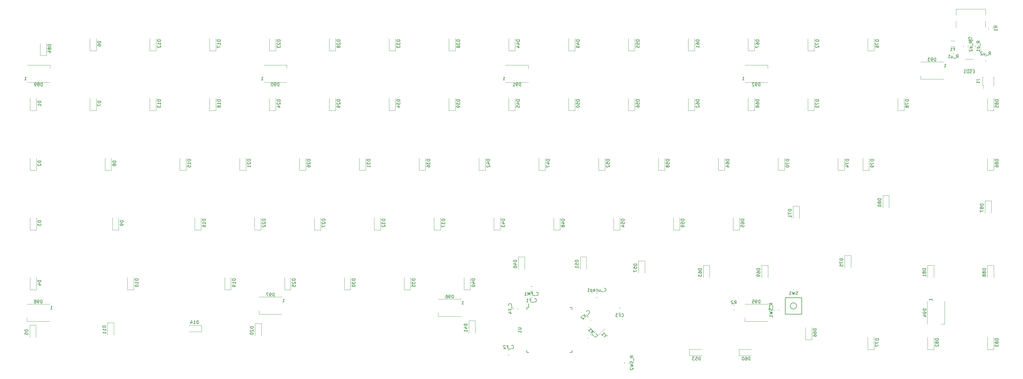
<source format=gbr>
%TF.GenerationSoftware,KiCad,Pcbnew,(5.1.9)-1*%
%TF.CreationDate,2021-05-13T13:18:15-04:00*%
%TF.ProjectId,rnm-75E,726e6d2d-3735-4452-9e6b-696361645f70,rev?*%
%TF.SameCoordinates,Original*%
%TF.FileFunction,Legend,Bot*%
%TF.FilePolarity,Positive*%
%FSLAX46Y46*%
G04 Gerber Fmt 4.6, Leading zero omitted, Abs format (unit mm)*
G04 Created by KiCad (PCBNEW (5.1.9)-1) date 2021-05-13 13:18:15*
%MOMM*%
%LPD*%
G01*
G04 APERTURE LIST*
%ADD10C,0.120000*%
%ADD11C,0.150000*%
G04 APERTURE END LIST*
D10*
%TO.C,R2*%
X566964564Y-67527500D02*
X566510436Y-67527500D01*
X566964564Y-68997500D02*
X566510436Y-68997500D01*
%TO.C,C_FM1*%
X502026248Y-61495000D02*
X502548752Y-61495000D01*
X502026248Y-62965000D02*
X502548752Y-62965000D01*
%TO.C,Y1*%
X525662190Y-74859987D02*
X523328737Y-77193440D01*
X523328737Y-77193440D02*
X520500310Y-74365013D01*
D11*
%TO.C,U1*%
X500825000Y-68231250D02*
X501400000Y-68231250D01*
X500825000Y-82581250D02*
X501500000Y-82581250D01*
X515175000Y-82581250D02*
X514500000Y-82581250D01*
X515175000Y-68231250D02*
X514500000Y-68231250D01*
X500825000Y-68231250D02*
X500825000Y-68906250D01*
X515175000Y-68231250D02*
X515175000Y-68906250D01*
X515175000Y-82581250D02*
X515175000Y-81906250D01*
X500825000Y-82581250D02*
X500825000Y-81906250D01*
X501400000Y-68231250D02*
X501400000Y-66956250D01*
%TO.C,SW1*%
X586712500Y-67731250D02*
G75*
G03*
X586712500Y-67731250I-1000000J0D01*
G01*
X583112500Y-65131250D02*
X583112500Y-70331250D01*
X588312500Y-65131250D02*
X583112500Y-65131250D01*
X588312500Y-70331250D02*
X588312500Y-65131250D01*
X583112500Y-70331250D02*
X588312500Y-70331250D01*
D10*
%TO.C,R_u2*%
X647133314Y11847500D02*
X646679186Y11847500D01*
X647133314Y10377500D02*
X646679186Y10377500D01*
%TO.C,R_u1*%
X636360436Y12758750D02*
X636814564Y12758750D01*
X636360436Y14228750D02*
X636814564Y14228750D01*
%TO.C,R_SW2*%
X531871250Y-86070814D02*
X531871250Y-85616686D01*
X533341250Y-86070814D02*
X533341250Y-85616686D01*
%TO.C,R_SW1*%
X580966250Y-68829186D02*
X580966250Y-69283314D01*
X579496250Y-68829186D02*
X579496250Y-69283314D01*
%TO.C,R_d2*%
X641291250Y14854186D02*
X641291250Y15308314D01*
X639821250Y14854186D02*
X639821250Y15308314D01*
%TO.C,R_d1*%
X643672500Y14854186D02*
X643672500Y15308314D01*
X642202500Y14854186D02*
X642202500Y15308314D01*
%TO.C,R1*%
X649228750Y20529186D02*
X649228750Y20983314D01*
X647758750Y20529186D02*
X647758750Y20983314D01*
%TO.C,J2*%
X637443750Y25018750D02*
X637443750Y26918750D01*
X637443750Y21118750D02*
X637443750Y23118750D01*
X646843750Y25018750D02*
X646843750Y26918750D01*
X646843750Y21118750D02*
X646843750Y23118750D01*
X637443750Y26918750D02*
X646843750Y26918750D01*
%TO.C,J1*%
X646190000Y2658750D02*
X646190000Y1578750D01*
X649210000Y5278750D02*
X649510000Y5278750D01*
X645890000Y5278750D02*
X646190000Y5278750D01*
X649510000Y5278750D02*
X649510000Y2658750D01*
X649210000Y2658750D02*
X649510000Y2658750D01*
X645890000Y2658750D02*
X646190000Y2658750D01*
X645890000Y5278750D02*
X645890000Y2658750D01*
%TO.C,F1*%
X635797936Y16785000D02*
X637002064Y16785000D01*
X635797936Y14965000D02*
X637002064Y14965000D01*
%TO.C,ESD1*%
X640456250Y10918750D02*
X642856250Y10918750D01*
X642856250Y7818750D02*
X639906250Y7818750D01*
%TO.C,D98*%
X348931250Y-67100000D02*
X341631250Y-67100000D01*
X348931250Y-72600000D02*
X341631250Y-72600000D01*
X341631250Y-72600000D02*
X341631250Y-71450000D01*
%TO.C,D97*%
X415540000Y-70390000D02*
X415540000Y-69240000D01*
X422840000Y-70390000D02*
X415540000Y-70390000D01*
X422840000Y-64890000D02*
X415540000Y-64890000D01*
%TO.C,D96*%
X472600000Y-71012500D02*
X472600000Y-69862500D01*
X479900000Y-71012500D02*
X472600000Y-71012500D01*
X479900000Y-65512500D02*
X472600000Y-65512500D01*
%TO.C,D95*%
X570231250Y-72600000D02*
X570231250Y-71450000D01*
X577531250Y-72600000D02*
X570231250Y-72600000D01*
X577531250Y-67100000D02*
X570231250Y-67100000D01*
%TO.C,D94*%
X633781250Y-73500000D02*
X632631250Y-73500000D01*
X633781250Y-66200000D02*
X633781250Y-73500000D01*
X628281250Y-66200000D02*
X628281250Y-73500000D01*
%TO.C,D93*%
X626180000Y4540000D02*
X626180000Y5690000D01*
X633480000Y4540000D02*
X626180000Y4540000D01*
X633480000Y10040000D02*
X626180000Y10040000D01*
%TO.C,D92*%
X577531250Y9100000D02*
X577531250Y7950000D01*
X570231250Y9100000D02*
X577531250Y9100000D01*
X570231250Y3600000D02*
X577531250Y3600000D01*
%TO.C,D91*%
X501331250Y9100000D02*
X501331250Y7950000D01*
X494031250Y9100000D02*
X501331250Y9100000D01*
X494031250Y3600000D02*
X501331250Y3600000D01*
%TO.C,D90*%
X417037500Y3600000D02*
X424337500Y3600000D01*
X417037500Y9100000D02*
X424337500Y9100000D01*
X424337500Y9100000D02*
X424337500Y7950000D01*
%TO.C,D89*%
X349000000Y9087500D02*
X349000000Y7937500D01*
X341700000Y9087500D02*
X349000000Y9087500D01*
X341700000Y3587500D02*
X349000000Y3587500D01*
%TO.C,D88*%
X647493750Y-54775000D02*
X649493750Y-54775000D01*
X649493750Y-54775000D02*
X649493750Y-58675000D01*
X647493750Y-54775000D02*
X647493750Y-58675000D01*
%TO.C,D87*%
X646700000Y-34200000D02*
X648700000Y-34200000D01*
X648700000Y-34200000D02*
X648700000Y-38100000D01*
X646700000Y-34200000D02*
X646700000Y-38100000D01*
%TO.C,D86*%
X649493750Y-24475000D02*
X647493750Y-24475000D01*
X647493750Y-24475000D02*
X647493750Y-20575000D01*
X649493750Y-24475000D02*
X649493750Y-20575000D01*
%TO.C,D85*%
X649493750Y-5425000D02*
X647493750Y-5425000D01*
X647493750Y-5425000D02*
X647493750Y-1525000D01*
X649493750Y-5425000D02*
X649493750Y-1525000D01*
%TO.C,D84*%
X347868750Y12100000D02*
X345868750Y12100000D01*
X345868750Y12100000D02*
X345868750Y16000000D01*
X347868750Y12100000D02*
X347868750Y16000000D01*
%TO.C,D83*%
X649493750Y-81625000D02*
X647493750Y-81625000D01*
X647493750Y-81625000D02*
X647493750Y-77725000D01*
X649493750Y-81625000D02*
X649493750Y-77725000D01*
%TO.C,D82*%
X630443750Y-81625000D02*
X628443750Y-81625000D01*
X628443750Y-81625000D02*
X628443750Y-77725000D01*
X630443750Y-81625000D02*
X630443750Y-77725000D01*
%TO.C,D81*%
X628412000Y-54775000D02*
X630412000Y-54775000D01*
X630412000Y-54775000D02*
X630412000Y-58675000D01*
X628412000Y-54775000D02*
X628412000Y-58675000D01*
%TO.C,D80*%
X614156250Y-32487500D02*
X616156250Y-32487500D01*
X616156250Y-32487500D02*
X616156250Y-36387500D01*
X614156250Y-32487500D02*
X614156250Y-36387500D01*
%TO.C,D79*%
X609806250Y-24475000D02*
X607806250Y-24475000D01*
X607806250Y-24475000D02*
X607806250Y-20575000D01*
X609806250Y-24475000D02*
X609806250Y-20575000D01*
%TO.C,D78*%
X620918750Y-5425000D02*
X618918750Y-5425000D01*
X618918750Y-5425000D02*
X618918750Y-1525000D01*
X620918750Y-5425000D02*
X620918750Y-1525000D01*
%TO.C,D77*%
X611393750Y-81625000D02*
X609393750Y-81625000D01*
X609393750Y-81625000D02*
X609393750Y-77725000D01*
X611393750Y-81625000D02*
X611393750Y-77725000D01*
%TO.C,D76*%
X611393750Y13625000D02*
X609393750Y13625000D01*
X609393750Y13625000D02*
X609393750Y17525000D01*
X611393750Y13625000D02*
X611393750Y17525000D01*
%TO.C,D75*%
X601996000Y-51600000D02*
X603996000Y-51600000D01*
X603996000Y-51600000D02*
X603996000Y-55500000D01*
X601996000Y-51600000D02*
X601996000Y-55500000D01*
%TO.C,D74*%
X601868750Y-24475000D02*
X599868750Y-24475000D01*
X599868750Y-24475000D02*
X599868750Y-20575000D01*
X601868750Y-24475000D02*
X601868750Y-20575000D01*
%TO.C,D73*%
X592343750Y-5425000D02*
X590343750Y-5425000D01*
X590343750Y-5425000D02*
X590343750Y-1525000D01*
X592343750Y-5425000D02*
X592343750Y-1525000D01*
%TO.C,D72*%
X592343750Y13625000D02*
X590343750Y13625000D01*
X590343750Y13625000D02*
X590343750Y17525000D01*
X592343750Y13625000D02*
X592343750Y17525000D01*
%TO.C,D71*%
X585581250Y-35912500D02*
X587581250Y-35912500D01*
X587581250Y-35912500D02*
X587581250Y-39812500D01*
X585581250Y-35912500D02*
X585581250Y-39812500D01*
%TO.C,D70*%
X582818750Y-24475000D02*
X580818750Y-24475000D01*
X580818750Y-24475000D02*
X580818750Y-20575000D01*
X582818750Y-24475000D02*
X582818750Y-20575000D01*
%TO.C,D69*%
X575580000Y-54775000D02*
X577580000Y-54775000D01*
X577580000Y-54775000D02*
X577580000Y-58675000D01*
X575580000Y-54775000D02*
X575580000Y-58675000D01*
%TO.C,D68*%
X573293750Y-5425000D02*
X571293750Y-5425000D01*
X571293750Y-5425000D02*
X571293750Y-1525000D01*
X573293750Y-5425000D02*
X573293750Y-1525000D01*
%TO.C,D67*%
X573293750Y13625000D02*
X571293750Y13625000D01*
X571293750Y13625000D02*
X571293750Y17525000D01*
X573293750Y13625000D02*
X573293750Y17525000D01*
%TO.C,D66*%
X591550000Y-78450000D02*
X589550000Y-78450000D01*
X589550000Y-78450000D02*
X589550000Y-74550000D01*
X591550000Y-78450000D02*
X591550000Y-74550000D01*
%TO.C,D65*%
X568531250Y-43525000D02*
X566531250Y-43525000D01*
X566531250Y-43525000D02*
X566531250Y-39625000D01*
X568531250Y-43525000D02*
X568531250Y-39625000D01*
%TO.C,D64*%
X563768750Y-24475000D02*
X561768750Y-24475000D01*
X561768750Y-24475000D02*
X561768750Y-20575000D01*
X563768750Y-24475000D02*
X563768750Y-20575000D01*
%TO.C,D63*%
X557006250Y-54775000D02*
X559006250Y-54775000D01*
X559006250Y-54775000D02*
X559006250Y-58675000D01*
X557006250Y-54775000D02*
X557006250Y-58675000D01*
%TO.C,D62*%
X554243750Y-5425000D02*
X552243750Y-5425000D01*
X552243750Y-5425000D02*
X552243750Y-1525000D01*
X554243750Y-5425000D02*
X554243750Y-1525000D01*
%TO.C,D61*%
X554243750Y13625000D02*
X552243750Y13625000D01*
X552243750Y13625000D02*
X552243750Y17525000D01*
X554243750Y13625000D02*
X554243750Y17525000D01*
%TO.C,D60*%
X568393750Y-83550000D02*
X568393750Y-81550000D01*
X568393750Y-81550000D02*
X572293750Y-81550000D01*
X568393750Y-83550000D02*
X572293750Y-83550000D01*
%TO.C,D59*%
X549481250Y-43525000D02*
X547481250Y-43525000D01*
X547481250Y-43525000D02*
X547481250Y-39625000D01*
X549481250Y-43525000D02*
X549481250Y-39625000D01*
%TO.C,D58*%
X544718750Y-24475000D02*
X542718750Y-24475000D01*
X542718750Y-24475000D02*
X542718750Y-20575000D01*
X544718750Y-24475000D02*
X544718750Y-20575000D01*
%TO.C,D57*%
X536368750Y-53312500D02*
X538368750Y-53312500D01*
X538368750Y-53312500D02*
X538368750Y-57212500D01*
X536368750Y-53312500D02*
X536368750Y-57212500D01*
%TO.C,D56*%
X535193750Y-5425000D02*
X533193750Y-5425000D01*
X533193750Y-5425000D02*
X533193750Y-1525000D01*
X535193750Y-5425000D02*
X535193750Y-1525000D01*
%TO.C,D55*%
X535193750Y13625000D02*
X533193750Y13625000D01*
X533193750Y13625000D02*
X533193750Y17525000D01*
X535193750Y13625000D02*
X535193750Y17525000D01*
%TO.C,D54*%
X530431250Y-43525000D02*
X528431250Y-43525000D01*
X528431250Y-43525000D02*
X528431250Y-39625000D01*
X530431250Y-43525000D02*
X530431250Y-39625000D01*
%TO.C,D53*%
X552581250Y-83550000D02*
X552581250Y-81550000D01*
X552581250Y-81550000D02*
X556481250Y-81550000D01*
X552581250Y-83550000D02*
X556481250Y-83550000D01*
%TO.C,D52*%
X525668750Y-24475000D02*
X523668750Y-24475000D01*
X523668750Y-24475000D02*
X523668750Y-20575000D01*
X525668750Y-24475000D02*
X525668750Y-20575000D01*
%TO.C,D51*%
X517795000Y-52105000D02*
X519795000Y-52105000D01*
X519795000Y-52105000D02*
X519795000Y-56005000D01*
X517795000Y-52105000D02*
X517795000Y-56005000D01*
%TO.C,D50*%
X516143750Y-5425000D02*
X514143750Y-5425000D01*
X514143750Y-5425000D02*
X514143750Y-1525000D01*
X516143750Y-5425000D02*
X516143750Y-1525000D01*
%TO.C,D49*%
X516143750Y13625000D02*
X514143750Y13625000D01*
X514143750Y13625000D02*
X514143750Y17525000D01*
X516143750Y13625000D02*
X516143750Y17525000D01*
%TO.C,D48*%
X511381250Y-43525000D02*
X509381250Y-43525000D01*
X509381250Y-43525000D02*
X509381250Y-39625000D01*
X511381250Y-43525000D02*
X511381250Y-39625000D01*
%TO.C,D47*%
X506618750Y-24475000D02*
X504618750Y-24475000D01*
X504618750Y-24475000D02*
X504618750Y-20575000D01*
X506618750Y-24475000D02*
X506618750Y-20575000D01*
%TO.C,D46*%
X498110000Y-52105000D02*
X500110000Y-52105000D01*
X500110000Y-52105000D02*
X500110000Y-56005000D01*
X498110000Y-52105000D02*
X498110000Y-56005000D01*
%TO.C,D45*%
X497093750Y-5425000D02*
X495093750Y-5425000D01*
X495093750Y-5425000D02*
X495093750Y-1525000D01*
X497093750Y-5425000D02*
X497093750Y-1525000D01*
%TO.C,D44*%
X497093750Y13625000D02*
X495093750Y13625000D01*
X495093750Y13625000D02*
X495093750Y17525000D01*
X497093750Y13625000D02*
X497093750Y17525000D01*
%TO.C,D43*%
X492331250Y-43525000D02*
X490331250Y-43525000D01*
X490331250Y-43525000D02*
X490331250Y-39625000D01*
X492331250Y-43525000D02*
X492331250Y-39625000D01*
%TO.C,D42*%
X487568750Y-24475000D02*
X485568750Y-24475000D01*
X485568750Y-24475000D02*
X485568750Y-20575000D01*
X487568750Y-24475000D02*
X487568750Y-20575000D01*
%TO.C,D41*%
X482393750Y-72425000D02*
X484393750Y-72425000D01*
X484393750Y-72425000D02*
X484393750Y-76325000D01*
X482393750Y-72425000D02*
X482393750Y-76325000D01*
%TO.C,D40*%
X482806250Y-62575000D02*
X480806250Y-62575000D01*
X480806250Y-62575000D02*
X480806250Y-58675000D01*
X482806250Y-62575000D02*
X482806250Y-58675000D01*
%TO.C,D39*%
X478043750Y-5425000D02*
X476043750Y-5425000D01*
X476043750Y-5425000D02*
X476043750Y-1525000D01*
X478043750Y-5425000D02*
X478043750Y-1525000D01*
%TO.C,D38*%
X478043750Y13625000D02*
X476043750Y13625000D01*
X476043750Y13625000D02*
X476043750Y17525000D01*
X478043750Y13625000D02*
X478043750Y17525000D01*
%TO.C,D37*%
X473281250Y-43525000D02*
X471281250Y-43525000D01*
X471281250Y-43525000D02*
X471281250Y-39625000D01*
X473281250Y-43525000D02*
X473281250Y-39625000D01*
%TO.C,D36*%
X468518750Y-24475000D02*
X466518750Y-24475000D01*
X466518750Y-24475000D02*
X466518750Y-20575000D01*
X468518750Y-24475000D02*
X468518750Y-20575000D01*
%TO.C,D35*%
X463756250Y-62575000D02*
X461756250Y-62575000D01*
X461756250Y-62575000D02*
X461756250Y-58675000D01*
X463756250Y-62575000D02*
X463756250Y-58675000D01*
%TO.C,D34*%
X458993750Y-5425000D02*
X456993750Y-5425000D01*
X456993750Y-5425000D02*
X456993750Y-1525000D01*
X458993750Y-5425000D02*
X458993750Y-1525000D01*
%TO.C,D33*%
X458993750Y13625000D02*
X456993750Y13625000D01*
X456993750Y13625000D02*
X456993750Y17525000D01*
X458993750Y13625000D02*
X458993750Y17525000D01*
%TO.C,D32*%
X454231250Y-43525000D02*
X452231250Y-43525000D01*
X452231250Y-43525000D02*
X452231250Y-39625000D01*
X454231250Y-43525000D02*
X454231250Y-39625000D01*
%TO.C,D31*%
X449468750Y-24475000D02*
X447468750Y-24475000D01*
X447468750Y-24475000D02*
X447468750Y-20575000D01*
X449468750Y-24475000D02*
X449468750Y-20575000D01*
%TO.C,D30*%
X444706250Y-62575000D02*
X442706250Y-62575000D01*
X442706250Y-62575000D02*
X442706250Y-58675000D01*
X444706250Y-62575000D02*
X444706250Y-58675000D01*
%TO.C,D29*%
X439943750Y-5425000D02*
X437943750Y-5425000D01*
X437943750Y-5425000D02*
X437943750Y-1525000D01*
X439943750Y-5425000D02*
X439943750Y-1525000D01*
%TO.C,D28*%
X439943750Y13625000D02*
X437943750Y13625000D01*
X437943750Y13625000D02*
X437943750Y17525000D01*
X439943750Y13625000D02*
X439943750Y17525000D01*
%TO.C,D27*%
X435181250Y-43525000D02*
X433181250Y-43525000D01*
X433181250Y-43525000D02*
X433181250Y-39625000D01*
X435181250Y-43525000D02*
X435181250Y-39625000D01*
%TO.C,D26*%
X430418750Y-24475000D02*
X428418750Y-24475000D01*
X428418750Y-24475000D02*
X428418750Y-20575000D01*
X430418750Y-24475000D02*
X430418750Y-20575000D01*
%TO.C,D25*%
X425656250Y-62575000D02*
X423656250Y-62575000D01*
X423656250Y-62575000D02*
X423656250Y-58675000D01*
X425656250Y-62575000D02*
X425656250Y-58675000D01*
%TO.C,D24*%
X420893750Y-5425000D02*
X418893750Y-5425000D01*
X418893750Y-5425000D02*
X418893750Y-1525000D01*
X420893750Y-5425000D02*
X420893750Y-1525000D01*
%TO.C,D23*%
X420893750Y13625000D02*
X418893750Y13625000D01*
X418893750Y13625000D02*
X418893750Y17525000D01*
X420893750Y13625000D02*
X420893750Y17525000D01*
%TO.C,D22*%
X416131250Y-43525000D02*
X414131250Y-43525000D01*
X414131250Y-43525000D02*
X414131250Y-39625000D01*
X416131250Y-43525000D02*
X416131250Y-39625000D01*
%TO.C,D21*%
X411368750Y-24475000D02*
X409368750Y-24475000D01*
X409368750Y-24475000D02*
X409368750Y-20575000D01*
X411368750Y-24475000D02*
X411368750Y-20575000D01*
%TO.C,D20*%
X414290000Y-73315000D02*
X416290000Y-73315000D01*
X416290000Y-73315000D02*
X416290000Y-77215000D01*
X414290000Y-73315000D02*
X414290000Y-77215000D01*
%TO.C,D19*%
X406606250Y-62575000D02*
X404606250Y-62575000D01*
X404606250Y-62575000D02*
X404606250Y-58675000D01*
X406606250Y-62575000D02*
X406606250Y-58675000D01*
%TO.C,D18*%
X401843750Y-5425000D02*
X399843750Y-5425000D01*
X399843750Y-5425000D02*
X399843750Y-1525000D01*
X401843750Y-5425000D02*
X401843750Y-1525000D01*
%TO.C,D17*%
X401843750Y13625000D02*
X399843750Y13625000D01*
X399843750Y13625000D02*
X399843750Y17525000D01*
X401843750Y13625000D02*
X401843750Y17525000D01*
%TO.C,D16*%
X397081250Y-43525000D02*
X395081250Y-43525000D01*
X395081250Y-43525000D02*
X395081250Y-39625000D01*
X397081250Y-43525000D02*
X397081250Y-39625000D01*
%TO.C,D15*%
X392318750Y-24475000D02*
X390318750Y-24475000D01*
X390318750Y-24475000D02*
X390318750Y-20575000D01*
X392318750Y-24475000D02*
X392318750Y-20575000D01*
%TO.C,D14*%
X397220000Y-73930000D02*
X397220000Y-75930000D01*
X397220000Y-75930000D02*
X393320000Y-75930000D01*
X397220000Y-73930000D02*
X393320000Y-73930000D01*
%TO.C,D13*%
X382793750Y-5425000D02*
X380793750Y-5425000D01*
X380793750Y-5425000D02*
X380793750Y-1525000D01*
X382793750Y-5425000D02*
X382793750Y-1525000D01*
%TO.C,D12*%
X382793750Y13625000D02*
X380793750Y13625000D01*
X380793750Y13625000D02*
X380793750Y17525000D01*
X382793750Y13625000D02*
X382793750Y17525000D01*
%TO.C,D11*%
X367300000Y-73060000D02*
X369300000Y-73060000D01*
X369300000Y-73060000D02*
X369300000Y-76960000D01*
X367300000Y-73060000D02*
X367300000Y-76960000D01*
%TO.C,D10*%
X375650000Y-62575000D02*
X373650000Y-62575000D01*
X373650000Y-62575000D02*
X373650000Y-58675000D01*
X375650000Y-62575000D02*
X375650000Y-58675000D01*
%TO.C,D9*%
X370887500Y-43525000D02*
X368887500Y-43525000D01*
X368887500Y-43525000D02*
X368887500Y-39625000D01*
X370887500Y-43525000D02*
X370887500Y-39625000D01*
%TO.C,D8*%
X368506250Y-24475000D02*
X366506250Y-24475000D01*
X366506250Y-24475000D02*
X366506250Y-20575000D01*
X368506250Y-24475000D02*
X368506250Y-20575000D01*
%TO.C,D7*%
X363743750Y-5425000D02*
X361743750Y-5425000D01*
X361743750Y-5425000D02*
X361743750Y-1525000D01*
X363743750Y-5425000D02*
X363743750Y-1525000D01*
%TO.C,D6*%
X363743750Y13625000D02*
X361743750Y13625000D01*
X361743750Y13625000D02*
X361743750Y17525000D01*
X363743750Y13625000D02*
X363743750Y17525000D01*
%TO.C,D5*%
X342535000Y-73825000D02*
X344535000Y-73825000D01*
X344535000Y-73825000D02*
X344535000Y-77725000D01*
X342535000Y-73825000D02*
X342535000Y-77725000D01*
%TO.C,D4*%
X344693750Y-62575000D02*
X342693750Y-62575000D01*
X342693750Y-62575000D02*
X342693750Y-58675000D01*
X344693750Y-62575000D02*
X344693750Y-58675000D01*
%TO.C,D3*%
X344693750Y-43525000D02*
X342693750Y-43525000D01*
X342693750Y-43525000D02*
X342693750Y-39625000D01*
X344693750Y-43525000D02*
X344693750Y-39625000D01*
%TO.C,D2*%
X344693750Y-24475000D02*
X342693750Y-24475000D01*
X342693750Y-24475000D02*
X342693750Y-20575000D01*
X344693750Y-24475000D02*
X344693750Y-20575000D01*
%TO.C,D1*%
X344693750Y-5425000D02*
X342693750Y-5425000D01*
X342693750Y-5425000D02*
X342693750Y-1525000D01*
X344693750Y-5425000D02*
X344693750Y-1525000D01*
%TO.C,CF3*%
X530119998Y-68321250D02*
X530642502Y-68321250D01*
X530119998Y-69791250D02*
X530642502Y-69791250D01*
%TO.C,C_X2*%
X520365010Y-71050543D02*
X519995543Y-71420010D01*
X521404457Y-72089990D02*
X521034990Y-72459457D01*
%TO.C,C_X1*%
X521404457Y-77135010D02*
X521034990Y-76765543D01*
X520365010Y-78174457D02*
X519995543Y-77804990D01*
%TO.C,C_ucap1*%
X523342502Y-65028750D02*
X522819998Y-65028750D01*
X523342502Y-63558750D02*
X522819998Y-63558750D01*
%TO.C,C_F4*%
X497940000Y-68318748D02*
X497940000Y-68841252D01*
X496470000Y-68318748D02*
X496470000Y-68841252D01*
%TO.C,C_F2*%
X495241252Y-83285000D02*
X494718748Y-83285000D01*
X495241252Y-81815000D02*
X494718748Y-81815000D01*
%TO.C,C_F1*%
X502026248Y-63558750D02*
X502548752Y-63558750D01*
X502026248Y-65028750D02*
X502548752Y-65028750D01*
%TO.C,R2*%
D11*
X566904166Y-67064880D02*
X567237500Y-66588690D01*
X567475595Y-67064880D02*
X567475595Y-66064880D01*
X567094642Y-66064880D01*
X566999404Y-66112500D01*
X566951785Y-66160119D01*
X566904166Y-66255357D01*
X566904166Y-66398214D01*
X566951785Y-66493452D01*
X566999404Y-66541071D01*
X567094642Y-66588690D01*
X567475595Y-66588690D01*
X566523214Y-66160119D02*
X566475595Y-66112500D01*
X566380357Y-66064880D01*
X566142261Y-66064880D01*
X566047023Y-66112500D01*
X565999404Y-66160119D01*
X565951785Y-66255357D01*
X565951785Y-66350595D01*
X565999404Y-66493452D01*
X566570833Y-67064880D01*
X565951785Y-67064880D01*
%TO.C,C_FM1*%
X503835119Y-64267142D02*
X503882738Y-64314761D01*
X504025595Y-64362380D01*
X504120833Y-64362380D01*
X504263690Y-64314761D01*
X504358928Y-64219523D01*
X504406547Y-64124285D01*
X504454166Y-63933809D01*
X504454166Y-63790952D01*
X504406547Y-63600476D01*
X504358928Y-63505238D01*
X504263690Y-63410000D01*
X504120833Y-63362380D01*
X504025595Y-63362380D01*
X503882738Y-63410000D01*
X503835119Y-63457619D01*
X503644642Y-64457619D02*
X502882738Y-64457619D01*
X502311309Y-63838571D02*
X502644642Y-63838571D01*
X502644642Y-64362380D02*
X502644642Y-63362380D01*
X502168452Y-63362380D01*
X501787500Y-64362380D02*
X501787500Y-63362380D01*
X501454166Y-64076666D01*
X501120833Y-63362380D01*
X501120833Y-64362380D01*
X500120833Y-64362380D02*
X500692261Y-64362380D01*
X500406547Y-64362380D02*
X500406547Y-63362380D01*
X500501785Y-63505238D01*
X500597023Y-63600476D01*
X500692261Y-63648095D01*
%TO.C,Y1*%
X525816053Y-77313631D02*
X525479335Y-77650349D01*
X526422144Y-77178944D02*
X525816053Y-77313631D01*
X525950740Y-76707540D01*
X524637542Y-76808555D02*
X525041603Y-77212616D01*
X524839572Y-77010585D02*
X525546679Y-76303479D01*
X525513007Y-76471837D01*
X525513007Y-76606524D01*
X525546679Y-76707540D01*
%TO.C,U1*%
X498002380Y-74644345D02*
X498811904Y-74644345D01*
X498907142Y-74691964D01*
X498954761Y-74739583D01*
X499002380Y-74834821D01*
X499002380Y-75025297D01*
X498954761Y-75120535D01*
X498907142Y-75168154D01*
X498811904Y-75215773D01*
X498002380Y-75215773D01*
X499002380Y-76215773D02*
X499002380Y-75644345D01*
X499002380Y-75930059D02*
X498002380Y-75930059D01*
X498145238Y-75834821D01*
X498240476Y-75739583D01*
X498288095Y-75644345D01*
%TO.C,SW1*%
X587045833Y-64072011D02*
X586902976Y-64119630D01*
X586664880Y-64119630D01*
X586569642Y-64072011D01*
X586522023Y-64024392D01*
X586474404Y-63929154D01*
X586474404Y-63833916D01*
X586522023Y-63738678D01*
X586569642Y-63691059D01*
X586664880Y-63643440D01*
X586855357Y-63595821D01*
X586950595Y-63548202D01*
X586998214Y-63500583D01*
X587045833Y-63405345D01*
X587045833Y-63310107D01*
X586998214Y-63214869D01*
X586950595Y-63167250D01*
X586855357Y-63119630D01*
X586617261Y-63119630D01*
X586474404Y-63167250D01*
X586141071Y-63119630D02*
X585902976Y-64119630D01*
X585712500Y-63405345D01*
X585522023Y-64119630D01*
X585283928Y-63119630D01*
X584379166Y-64119630D02*
X584950595Y-64119630D01*
X584664880Y-64119630D02*
X584664880Y-63119630D01*
X584760119Y-63262488D01*
X584855357Y-63357726D01*
X584950595Y-63405345D01*
%TO.C,R_u2*%
X647906250Y12310119D02*
X648239583Y12786309D01*
X648477678Y12310119D02*
X648477678Y13310119D01*
X648096726Y13310119D01*
X648001488Y13262500D01*
X647953869Y13214880D01*
X647906250Y13119642D01*
X647906250Y12976785D01*
X647953869Y12881547D01*
X648001488Y12833928D01*
X648096726Y12786309D01*
X648477678Y12786309D01*
X647715773Y12214880D02*
X646953869Y12214880D01*
X646287202Y12976785D02*
X646287202Y12310119D01*
X646715773Y12976785D02*
X646715773Y12452976D01*
X646668154Y12357738D01*
X646572916Y12310119D01*
X646430059Y12310119D01*
X646334821Y12357738D01*
X646287202Y12405357D01*
X645858630Y13214880D02*
X645811011Y13262500D01*
X645715773Y13310119D01*
X645477678Y13310119D01*
X645382440Y13262500D01*
X645334821Y13214880D01*
X645287202Y13119642D01*
X645287202Y13024404D01*
X645334821Y12881547D01*
X645906250Y12310119D01*
X645287202Y12310119D01*
%TO.C,R_u1*%
X637587500Y11391369D02*
X637920833Y11867559D01*
X638158928Y11391369D02*
X638158928Y12391369D01*
X637777976Y12391369D01*
X637682738Y12343750D01*
X637635119Y12296130D01*
X637587500Y12200892D01*
X637587500Y12058035D01*
X637635119Y11962797D01*
X637682738Y11915178D01*
X637777976Y11867559D01*
X638158928Y11867559D01*
X637397023Y11296130D02*
X636635119Y11296130D01*
X635968452Y12058035D02*
X635968452Y11391369D01*
X636397023Y12058035D02*
X636397023Y11534226D01*
X636349404Y11438988D01*
X636254166Y11391369D01*
X636111309Y11391369D01*
X636016071Y11438988D01*
X635968452Y11486607D01*
X634968452Y11391369D02*
X635539880Y11391369D01*
X635254166Y11391369D02*
X635254166Y12391369D01*
X635349404Y12248511D01*
X635444642Y12153273D01*
X635539880Y12105654D01*
%TO.C,R_SW2*%
X534708630Y-84248511D02*
X534232440Y-83915178D01*
X534708630Y-83677083D02*
X533708630Y-83677083D01*
X533708630Y-84058035D01*
X533756250Y-84153273D01*
X533803869Y-84200892D01*
X533899107Y-84248511D01*
X534041964Y-84248511D01*
X534137202Y-84200892D01*
X534184821Y-84153273D01*
X534232440Y-84058035D01*
X534232440Y-83677083D01*
X534803869Y-84438988D02*
X534803869Y-85200892D01*
X534661011Y-85391369D02*
X534708630Y-85534226D01*
X534708630Y-85772321D01*
X534661011Y-85867559D01*
X534613392Y-85915178D01*
X534518154Y-85962797D01*
X534422916Y-85962797D01*
X534327678Y-85915178D01*
X534280059Y-85867559D01*
X534232440Y-85772321D01*
X534184821Y-85581845D01*
X534137202Y-85486607D01*
X534089583Y-85438988D01*
X533994345Y-85391369D01*
X533899107Y-85391369D01*
X533803869Y-85438988D01*
X533756250Y-85486607D01*
X533708630Y-85581845D01*
X533708630Y-85819940D01*
X533756250Y-85962797D01*
X533708630Y-86296130D02*
X534708630Y-86534226D01*
X533994345Y-86724702D01*
X534708630Y-86915178D01*
X533708630Y-87153273D01*
X533803869Y-87486607D02*
X533756250Y-87534226D01*
X533708630Y-87629464D01*
X533708630Y-87867559D01*
X533756250Y-87962797D01*
X533803869Y-88010416D01*
X533899107Y-88058035D01*
X533994345Y-88058035D01*
X534137202Y-88010416D01*
X534708630Y-87438988D01*
X534708630Y-88058035D01*
%TO.C,R_SW1*%
X579033630Y-67461011D02*
X578557440Y-67127678D01*
X579033630Y-66889583D02*
X578033630Y-66889583D01*
X578033630Y-67270535D01*
X578081250Y-67365773D01*
X578128869Y-67413392D01*
X578224107Y-67461011D01*
X578366964Y-67461011D01*
X578462202Y-67413392D01*
X578509821Y-67365773D01*
X578557440Y-67270535D01*
X578557440Y-66889583D01*
X579128869Y-67651488D02*
X579128869Y-68413392D01*
X578986011Y-68603869D02*
X579033630Y-68746726D01*
X579033630Y-68984821D01*
X578986011Y-69080059D01*
X578938392Y-69127678D01*
X578843154Y-69175297D01*
X578747916Y-69175297D01*
X578652678Y-69127678D01*
X578605059Y-69080059D01*
X578557440Y-68984821D01*
X578509821Y-68794345D01*
X578462202Y-68699107D01*
X578414583Y-68651488D01*
X578319345Y-68603869D01*
X578224107Y-68603869D01*
X578128869Y-68651488D01*
X578081250Y-68699107D01*
X578033630Y-68794345D01*
X578033630Y-69032440D01*
X578081250Y-69175297D01*
X578033630Y-69508630D02*
X579033630Y-69746726D01*
X578319345Y-69937202D01*
X579033630Y-70127678D01*
X578033630Y-70365773D01*
X579033630Y-71270535D02*
X579033630Y-70699107D01*
X579033630Y-70984821D02*
X578033630Y-70984821D01*
X578176488Y-70889583D01*
X578271726Y-70794345D01*
X578319345Y-70699107D01*
%TO.C,R_d2*%
X642658630Y16081250D02*
X642182440Y16414583D01*
X642658630Y16652678D02*
X641658630Y16652678D01*
X641658630Y16271726D01*
X641706250Y16176488D01*
X641753869Y16128869D01*
X641849107Y16081250D01*
X641991964Y16081250D01*
X642087202Y16128869D01*
X642134821Y16176488D01*
X642182440Y16271726D01*
X642182440Y16652678D01*
X642753869Y15890773D02*
X642753869Y15128869D01*
X642658630Y14462202D02*
X641658630Y14462202D01*
X642611011Y14462202D02*
X642658630Y14557440D01*
X642658630Y14747916D01*
X642611011Y14843154D01*
X642563392Y14890773D01*
X642468154Y14938392D01*
X642182440Y14938392D01*
X642087202Y14890773D01*
X642039583Y14843154D01*
X641991964Y14747916D01*
X641991964Y14557440D01*
X642039583Y14462202D01*
X641753869Y14033630D02*
X641706250Y13986011D01*
X641658630Y13890773D01*
X641658630Y13652678D01*
X641706250Y13557440D01*
X641753869Y13509821D01*
X641849107Y13462202D01*
X641944345Y13462202D01*
X642087202Y13509821D01*
X642658630Y14081250D01*
X642658630Y13462202D01*
%TO.C,R_d1*%
X645039880Y16081250D02*
X644563690Y16414583D01*
X645039880Y16652678D02*
X644039880Y16652678D01*
X644039880Y16271726D01*
X644087500Y16176488D01*
X644135119Y16128869D01*
X644230357Y16081250D01*
X644373214Y16081250D01*
X644468452Y16128869D01*
X644516071Y16176488D01*
X644563690Y16271726D01*
X644563690Y16652678D01*
X645135119Y15890773D02*
X645135119Y15128869D01*
X645039880Y14462202D02*
X644039880Y14462202D01*
X644992261Y14462202D02*
X645039880Y14557440D01*
X645039880Y14747916D01*
X644992261Y14843154D01*
X644944642Y14890773D01*
X644849404Y14938392D01*
X644563690Y14938392D01*
X644468452Y14890773D01*
X644420833Y14843154D01*
X644373214Y14747916D01*
X644373214Y14557440D01*
X644420833Y14462202D01*
X645039880Y13462202D02*
X645039880Y14033630D01*
X645039880Y13747916D02*
X644039880Y13747916D01*
X644182738Y13843154D01*
X644277976Y13938392D01*
X644325595Y14033630D01*
%TO.C,R1*%
X650596130Y20922916D02*
X650119940Y21256250D01*
X650596130Y21494345D02*
X649596130Y21494345D01*
X649596130Y21113392D01*
X649643750Y21018154D01*
X649691369Y20970535D01*
X649786607Y20922916D01*
X649929464Y20922916D01*
X650024702Y20970535D01*
X650072321Y21018154D01*
X650119940Y21113392D01*
X650119940Y21494345D01*
X650596130Y19970535D02*
X650596130Y20541964D01*
X650596130Y20256250D02*
X649596130Y20256250D01*
X649738988Y20351488D01*
X649834226Y20446726D01*
X649881845Y20541964D01*
%TO.C,J2*%
X642477083Y17921369D02*
X642477083Y17207083D01*
X642524702Y17064226D01*
X642619940Y16968988D01*
X642762797Y16921369D01*
X642858035Y16921369D01*
X642048511Y17826130D02*
X642000892Y17873750D01*
X641905654Y17921369D01*
X641667559Y17921369D01*
X641572321Y17873750D01*
X641524702Y17826130D01*
X641477083Y17730892D01*
X641477083Y17635654D01*
X641524702Y17492797D01*
X642096130Y16921369D01*
X641477083Y16921369D01*
%TO.C,J1*%
X643902380Y4302083D02*
X644616666Y4302083D01*
X644759523Y4349702D01*
X644854761Y4444940D01*
X644902380Y4587797D01*
X644902380Y4683035D01*
X644902380Y3302083D02*
X644902380Y3873511D01*
X644902380Y3587797D02*
X643902380Y3587797D01*
X644045238Y3683035D01*
X644140476Y3778273D01*
X644188095Y3873511D01*
%TO.C,F1*%
X636733333Y14126428D02*
X637066666Y14126428D01*
X637066666Y13602619D02*
X637066666Y14602619D01*
X636590476Y14602619D01*
X635685714Y13602619D02*
X636257142Y13602619D01*
X635971428Y13602619D02*
X635971428Y14602619D01*
X636066666Y14459761D01*
X636161904Y14364523D01*
X636257142Y14316904D01*
%TO.C,ESD1*%
X643342916Y7060178D02*
X643009583Y7060178D01*
X642866726Y6536369D02*
X643342916Y6536369D01*
X643342916Y7536369D01*
X642866726Y7536369D01*
X642485773Y6583988D02*
X642342916Y6536369D01*
X642104821Y6536369D01*
X642009583Y6583988D01*
X641961964Y6631607D01*
X641914345Y6726845D01*
X641914345Y6822083D01*
X641961964Y6917321D01*
X642009583Y6964940D01*
X642104821Y7012559D01*
X642295297Y7060178D01*
X642390535Y7107797D01*
X642438154Y7155416D01*
X642485773Y7250654D01*
X642485773Y7345892D01*
X642438154Y7441130D01*
X642390535Y7488750D01*
X642295297Y7536369D01*
X642057202Y7536369D01*
X641914345Y7488750D01*
X641485773Y6536369D02*
X641485773Y7536369D01*
X641247678Y7536369D01*
X641104821Y7488750D01*
X641009583Y7393511D01*
X640961964Y7298273D01*
X640914345Y7107797D01*
X640914345Y6964940D01*
X640961964Y6774464D01*
X641009583Y6679226D01*
X641104821Y6583988D01*
X641247678Y6536369D01*
X641485773Y6536369D01*
X639961964Y6536369D02*
X640533392Y6536369D01*
X640247678Y6536369D02*
X640247678Y7536369D01*
X640342916Y7393511D01*
X640438154Y7298273D01*
X640533392Y7250654D01*
%TO.C,D98*%
X346495535Y-66802380D02*
X346495535Y-65802380D01*
X346257440Y-65802380D01*
X346114583Y-65850000D01*
X346019345Y-65945238D01*
X345971726Y-66040476D01*
X345924107Y-66230952D01*
X345924107Y-66373809D01*
X345971726Y-66564285D01*
X346019345Y-66659523D01*
X346114583Y-66754761D01*
X346257440Y-66802380D01*
X346495535Y-66802380D01*
X345447916Y-66802380D02*
X345257440Y-66802380D01*
X345162202Y-66754761D01*
X345114583Y-66707142D01*
X345019345Y-66564285D01*
X344971726Y-66373809D01*
X344971726Y-65992857D01*
X345019345Y-65897619D01*
X345066964Y-65850000D01*
X345162202Y-65802380D01*
X345352678Y-65802380D01*
X345447916Y-65850000D01*
X345495535Y-65897619D01*
X345543154Y-65992857D01*
X345543154Y-66230952D01*
X345495535Y-66326190D01*
X345447916Y-66373809D01*
X345352678Y-66421428D01*
X345162202Y-66421428D01*
X345066964Y-66373809D01*
X345019345Y-66326190D01*
X344971726Y-66230952D01*
X344400297Y-66230952D02*
X344495535Y-66183333D01*
X344543154Y-66135714D01*
X344590773Y-66040476D01*
X344590773Y-65992857D01*
X344543154Y-65897619D01*
X344495535Y-65850000D01*
X344400297Y-65802380D01*
X344209821Y-65802380D01*
X344114583Y-65850000D01*
X344066964Y-65897619D01*
X344019345Y-65992857D01*
X344019345Y-66040476D01*
X344066964Y-66135714D01*
X344114583Y-66183333D01*
X344209821Y-66230952D01*
X344400297Y-66230952D01*
X344495535Y-66278571D01*
X344543154Y-66326190D01*
X344590773Y-66421428D01*
X344590773Y-66611904D01*
X344543154Y-66707142D01*
X344495535Y-66754761D01*
X344400297Y-66802380D01*
X344209821Y-66802380D01*
X344114583Y-66754761D01*
X344066964Y-66707142D01*
X344019345Y-66611904D01*
X344019345Y-66421428D01*
X344066964Y-66326190D01*
X344114583Y-66278571D01*
X344209821Y-66230952D01*
X349145535Y-68702380D02*
X349716964Y-68702380D01*
X349431250Y-68702380D02*
X349431250Y-67702380D01*
X349526488Y-67845238D01*
X349621726Y-67940476D01*
X349716964Y-67988095D01*
%TO.C,D97*%
X420404285Y-64592380D02*
X420404285Y-63592380D01*
X420166190Y-63592380D01*
X420023333Y-63640000D01*
X419928095Y-63735238D01*
X419880476Y-63830476D01*
X419832857Y-64020952D01*
X419832857Y-64163809D01*
X419880476Y-64354285D01*
X419928095Y-64449523D01*
X420023333Y-64544761D01*
X420166190Y-64592380D01*
X420404285Y-64592380D01*
X419356666Y-64592380D02*
X419166190Y-64592380D01*
X419070952Y-64544761D01*
X419023333Y-64497142D01*
X418928095Y-64354285D01*
X418880476Y-64163809D01*
X418880476Y-63782857D01*
X418928095Y-63687619D01*
X418975714Y-63640000D01*
X419070952Y-63592380D01*
X419261428Y-63592380D01*
X419356666Y-63640000D01*
X419404285Y-63687619D01*
X419451904Y-63782857D01*
X419451904Y-64020952D01*
X419404285Y-64116190D01*
X419356666Y-64163809D01*
X419261428Y-64211428D01*
X419070952Y-64211428D01*
X418975714Y-64163809D01*
X418928095Y-64116190D01*
X418880476Y-64020952D01*
X418547142Y-63592380D02*
X417880476Y-63592380D01*
X418309047Y-64592380D01*
X423054285Y-66492380D02*
X423625714Y-66492380D01*
X423340000Y-66492380D02*
X423340000Y-65492380D01*
X423435238Y-65635238D01*
X423530476Y-65730476D01*
X423625714Y-65778095D01*
%TO.C,D96*%
X477464285Y-65214880D02*
X477464285Y-64214880D01*
X477226190Y-64214880D01*
X477083333Y-64262500D01*
X476988095Y-64357738D01*
X476940476Y-64452976D01*
X476892857Y-64643452D01*
X476892857Y-64786309D01*
X476940476Y-64976785D01*
X476988095Y-65072023D01*
X477083333Y-65167261D01*
X477226190Y-65214880D01*
X477464285Y-65214880D01*
X476416666Y-65214880D02*
X476226190Y-65214880D01*
X476130952Y-65167261D01*
X476083333Y-65119642D01*
X475988095Y-64976785D01*
X475940476Y-64786309D01*
X475940476Y-64405357D01*
X475988095Y-64310119D01*
X476035714Y-64262500D01*
X476130952Y-64214880D01*
X476321428Y-64214880D01*
X476416666Y-64262500D01*
X476464285Y-64310119D01*
X476511904Y-64405357D01*
X476511904Y-64643452D01*
X476464285Y-64738690D01*
X476416666Y-64786309D01*
X476321428Y-64833928D01*
X476130952Y-64833928D01*
X476035714Y-64786309D01*
X475988095Y-64738690D01*
X475940476Y-64643452D01*
X475083333Y-64214880D02*
X475273809Y-64214880D01*
X475369047Y-64262500D01*
X475416666Y-64310119D01*
X475511904Y-64452976D01*
X475559523Y-64643452D01*
X475559523Y-65024404D01*
X475511904Y-65119642D01*
X475464285Y-65167261D01*
X475369047Y-65214880D01*
X475178571Y-65214880D01*
X475083333Y-65167261D01*
X475035714Y-65119642D01*
X474988095Y-65024404D01*
X474988095Y-64786309D01*
X475035714Y-64691071D01*
X475083333Y-64643452D01*
X475178571Y-64595833D01*
X475369047Y-64595833D01*
X475464285Y-64643452D01*
X475511904Y-64691071D01*
X475559523Y-64786309D01*
X480114285Y-67114880D02*
X480685714Y-67114880D01*
X480400000Y-67114880D02*
X480400000Y-66114880D01*
X480495238Y-66257738D01*
X480590476Y-66352976D01*
X480685714Y-66400595D01*
%TO.C,D95*%
X575095535Y-66802380D02*
X575095535Y-65802380D01*
X574857440Y-65802380D01*
X574714583Y-65850000D01*
X574619345Y-65945238D01*
X574571726Y-66040476D01*
X574524107Y-66230952D01*
X574524107Y-66373809D01*
X574571726Y-66564285D01*
X574619345Y-66659523D01*
X574714583Y-66754761D01*
X574857440Y-66802380D01*
X575095535Y-66802380D01*
X574047916Y-66802380D02*
X573857440Y-66802380D01*
X573762202Y-66754761D01*
X573714583Y-66707142D01*
X573619345Y-66564285D01*
X573571726Y-66373809D01*
X573571726Y-65992857D01*
X573619345Y-65897619D01*
X573666964Y-65850000D01*
X573762202Y-65802380D01*
X573952678Y-65802380D01*
X574047916Y-65850000D01*
X574095535Y-65897619D01*
X574143154Y-65992857D01*
X574143154Y-66230952D01*
X574095535Y-66326190D01*
X574047916Y-66373809D01*
X573952678Y-66421428D01*
X573762202Y-66421428D01*
X573666964Y-66373809D01*
X573619345Y-66326190D01*
X573571726Y-66230952D01*
X572666964Y-65802380D02*
X573143154Y-65802380D01*
X573190773Y-66278571D01*
X573143154Y-66230952D01*
X573047916Y-66183333D01*
X572809821Y-66183333D01*
X572714583Y-66230952D01*
X572666964Y-66278571D01*
X572619345Y-66373809D01*
X572619345Y-66611904D01*
X572666964Y-66707142D01*
X572714583Y-66754761D01*
X572809821Y-66802380D01*
X573047916Y-66802380D01*
X573143154Y-66754761D01*
X573190773Y-66707142D01*
X577745535Y-68702380D02*
X578316964Y-68702380D01*
X578031250Y-68702380D02*
X578031250Y-67702380D01*
X578126488Y-67845238D01*
X578221726Y-67940476D01*
X578316964Y-67988095D01*
%TO.C,D94*%
X627983630Y-68635714D02*
X626983630Y-68635714D01*
X626983630Y-68873809D01*
X627031250Y-69016666D01*
X627126488Y-69111904D01*
X627221726Y-69159523D01*
X627412202Y-69207142D01*
X627555059Y-69207142D01*
X627745535Y-69159523D01*
X627840773Y-69111904D01*
X627936011Y-69016666D01*
X627983630Y-68873809D01*
X627983630Y-68635714D01*
X627983630Y-69683333D02*
X627983630Y-69873809D01*
X627936011Y-69969047D01*
X627888392Y-70016666D01*
X627745535Y-70111904D01*
X627555059Y-70159523D01*
X627174107Y-70159523D01*
X627078869Y-70111904D01*
X627031250Y-70064285D01*
X626983630Y-69969047D01*
X626983630Y-69778571D01*
X627031250Y-69683333D01*
X627078869Y-69635714D01*
X627174107Y-69588095D01*
X627412202Y-69588095D01*
X627507440Y-69635714D01*
X627555059Y-69683333D01*
X627602678Y-69778571D01*
X627602678Y-69969047D01*
X627555059Y-70064285D01*
X627507440Y-70111904D01*
X627412202Y-70159523D01*
X627316964Y-71016666D02*
X627983630Y-71016666D01*
X626936011Y-70778571D02*
X627650297Y-70540476D01*
X627650297Y-71159523D01*
X629883630Y-65985714D02*
X629883630Y-65414285D01*
X629883630Y-65700000D02*
X628883630Y-65700000D01*
X629026488Y-65604761D01*
X629121726Y-65509523D01*
X629169345Y-65414285D01*
%TO.C,D93*%
X631044285Y10337619D02*
X631044285Y11337619D01*
X630806190Y11337619D01*
X630663333Y11290000D01*
X630568095Y11194761D01*
X630520476Y11099523D01*
X630472857Y10909047D01*
X630472857Y10766190D01*
X630520476Y10575714D01*
X630568095Y10480476D01*
X630663333Y10385238D01*
X630806190Y10337619D01*
X631044285Y10337619D01*
X629996666Y10337619D02*
X629806190Y10337619D01*
X629710952Y10385238D01*
X629663333Y10432857D01*
X629568095Y10575714D01*
X629520476Y10766190D01*
X629520476Y11147142D01*
X629568095Y11242380D01*
X629615714Y11290000D01*
X629710952Y11337619D01*
X629901428Y11337619D01*
X629996666Y11290000D01*
X630044285Y11242380D01*
X630091904Y11147142D01*
X630091904Y10909047D01*
X630044285Y10813809D01*
X629996666Y10766190D01*
X629901428Y10718571D01*
X629710952Y10718571D01*
X629615714Y10766190D01*
X629568095Y10813809D01*
X629520476Y10909047D01*
X629187142Y11337619D02*
X628568095Y11337619D01*
X628901428Y10956666D01*
X628758571Y10956666D01*
X628663333Y10909047D01*
X628615714Y10861428D01*
X628568095Y10766190D01*
X628568095Y10528095D01*
X628615714Y10432857D01*
X628663333Y10385238D01*
X628758571Y10337619D01*
X629044285Y10337619D01*
X629139523Y10385238D01*
X629187142Y10432857D01*
X633694285Y8437619D02*
X634265714Y8437619D01*
X633980000Y8437619D02*
X633980000Y9437619D01*
X634075238Y9294761D01*
X634170476Y9199523D01*
X634265714Y9151904D01*
%TO.C,D92*%
X575095535Y2397619D02*
X575095535Y3397619D01*
X574857440Y3397619D01*
X574714583Y3350000D01*
X574619345Y3254761D01*
X574571726Y3159523D01*
X574524107Y2969047D01*
X574524107Y2826190D01*
X574571726Y2635714D01*
X574619345Y2540476D01*
X574714583Y2445238D01*
X574857440Y2397619D01*
X575095535Y2397619D01*
X574047916Y2397619D02*
X573857440Y2397619D01*
X573762202Y2445238D01*
X573714583Y2492857D01*
X573619345Y2635714D01*
X573571726Y2826190D01*
X573571726Y3207142D01*
X573619345Y3302380D01*
X573666964Y3350000D01*
X573762202Y3397619D01*
X573952678Y3397619D01*
X574047916Y3350000D01*
X574095535Y3302380D01*
X574143154Y3207142D01*
X574143154Y2969047D01*
X574095535Y2873809D01*
X574047916Y2826190D01*
X573952678Y2778571D01*
X573762202Y2778571D01*
X573666964Y2826190D01*
X573619345Y2873809D01*
X573571726Y2969047D01*
X573190773Y3302380D02*
X573143154Y3350000D01*
X573047916Y3397619D01*
X572809821Y3397619D01*
X572714583Y3350000D01*
X572666964Y3302380D01*
X572619345Y3207142D01*
X572619345Y3111904D01*
X572666964Y2969047D01*
X573238392Y2397619D01*
X572619345Y2397619D01*
X569445535Y4297619D02*
X570016964Y4297619D01*
X569731250Y4297619D02*
X569731250Y5297619D01*
X569826488Y5154761D01*
X569921726Y5059523D01*
X570016964Y5011904D01*
%TO.C,D91*%
X498895535Y2397619D02*
X498895535Y3397619D01*
X498657440Y3397619D01*
X498514583Y3350000D01*
X498419345Y3254761D01*
X498371726Y3159523D01*
X498324107Y2969047D01*
X498324107Y2826190D01*
X498371726Y2635714D01*
X498419345Y2540476D01*
X498514583Y2445238D01*
X498657440Y2397619D01*
X498895535Y2397619D01*
X497847916Y2397619D02*
X497657440Y2397619D01*
X497562202Y2445238D01*
X497514583Y2492857D01*
X497419345Y2635714D01*
X497371726Y2826190D01*
X497371726Y3207142D01*
X497419345Y3302380D01*
X497466964Y3350000D01*
X497562202Y3397619D01*
X497752678Y3397619D01*
X497847916Y3350000D01*
X497895535Y3302380D01*
X497943154Y3207142D01*
X497943154Y2969047D01*
X497895535Y2873809D01*
X497847916Y2826190D01*
X497752678Y2778571D01*
X497562202Y2778571D01*
X497466964Y2826190D01*
X497419345Y2873809D01*
X497371726Y2969047D01*
X496419345Y2397619D02*
X496990773Y2397619D01*
X496705059Y2397619D02*
X496705059Y3397619D01*
X496800297Y3254761D01*
X496895535Y3159523D01*
X496990773Y3111904D01*
X493245535Y4297619D02*
X493816964Y4297619D01*
X493531250Y4297619D02*
X493531250Y5297619D01*
X493626488Y5154761D01*
X493721726Y5059523D01*
X493816964Y5011904D01*
%TO.C,D90*%
X421901785Y2397619D02*
X421901785Y3397619D01*
X421663690Y3397619D01*
X421520833Y3350000D01*
X421425595Y3254761D01*
X421377976Y3159523D01*
X421330357Y2969047D01*
X421330357Y2826190D01*
X421377976Y2635714D01*
X421425595Y2540476D01*
X421520833Y2445238D01*
X421663690Y2397619D01*
X421901785Y2397619D01*
X420854166Y2397619D02*
X420663690Y2397619D01*
X420568452Y2445238D01*
X420520833Y2492857D01*
X420425595Y2635714D01*
X420377976Y2826190D01*
X420377976Y3207142D01*
X420425595Y3302380D01*
X420473214Y3350000D01*
X420568452Y3397619D01*
X420758928Y3397619D01*
X420854166Y3350000D01*
X420901785Y3302380D01*
X420949404Y3207142D01*
X420949404Y2969047D01*
X420901785Y2873809D01*
X420854166Y2826190D01*
X420758928Y2778571D01*
X420568452Y2778571D01*
X420473214Y2826190D01*
X420425595Y2873809D01*
X420377976Y2969047D01*
X419758928Y3397619D02*
X419663690Y3397619D01*
X419568452Y3350000D01*
X419520833Y3302380D01*
X419473214Y3207142D01*
X419425595Y3016666D01*
X419425595Y2778571D01*
X419473214Y2588095D01*
X419520833Y2492857D01*
X419568452Y2445238D01*
X419663690Y2397619D01*
X419758928Y2397619D01*
X419854166Y2445238D01*
X419901785Y2492857D01*
X419949404Y2588095D01*
X419997023Y2778571D01*
X419997023Y3016666D01*
X419949404Y3207142D01*
X419901785Y3302380D01*
X419854166Y3350000D01*
X419758928Y3397619D01*
X416251785Y4297619D02*
X416823214Y4297619D01*
X416537500Y4297619D02*
X416537500Y5297619D01*
X416632738Y5154761D01*
X416727976Y5059523D01*
X416823214Y5011904D01*
%TO.C,D89*%
X346564285Y2385119D02*
X346564285Y3385119D01*
X346326190Y3385119D01*
X346183333Y3337500D01*
X346088095Y3242261D01*
X346040476Y3147023D01*
X345992857Y2956547D01*
X345992857Y2813690D01*
X346040476Y2623214D01*
X346088095Y2527976D01*
X346183333Y2432738D01*
X346326190Y2385119D01*
X346564285Y2385119D01*
X345421428Y2956547D02*
X345516666Y3004166D01*
X345564285Y3051785D01*
X345611904Y3147023D01*
X345611904Y3194642D01*
X345564285Y3289880D01*
X345516666Y3337500D01*
X345421428Y3385119D01*
X345230952Y3385119D01*
X345135714Y3337500D01*
X345088095Y3289880D01*
X345040476Y3194642D01*
X345040476Y3147023D01*
X345088095Y3051785D01*
X345135714Y3004166D01*
X345230952Y2956547D01*
X345421428Y2956547D01*
X345516666Y2908928D01*
X345564285Y2861309D01*
X345611904Y2766071D01*
X345611904Y2575595D01*
X345564285Y2480357D01*
X345516666Y2432738D01*
X345421428Y2385119D01*
X345230952Y2385119D01*
X345135714Y2432738D01*
X345088095Y2480357D01*
X345040476Y2575595D01*
X345040476Y2766071D01*
X345088095Y2861309D01*
X345135714Y2908928D01*
X345230952Y2956547D01*
X344564285Y2385119D02*
X344373809Y2385119D01*
X344278571Y2432738D01*
X344230952Y2480357D01*
X344135714Y2623214D01*
X344088095Y2813690D01*
X344088095Y3194642D01*
X344135714Y3289880D01*
X344183333Y3337500D01*
X344278571Y3385119D01*
X344469047Y3385119D01*
X344564285Y3337500D01*
X344611904Y3289880D01*
X344659523Y3194642D01*
X344659523Y2956547D01*
X344611904Y2861309D01*
X344564285Y2813690D01*
X344469047Y2766071D01*
X344278571Y2766071D01*
X344183333Y2813690D01*
X344135714Y2861309D01*
X344088095Y2956547D01*
X340914285Y4285119D02*
X341485714Y4285119D01*
X341200000Y4285119D02*
X341200000Y5285119D01*
X341295238Y5142261D01*
X341390476Y5047023D01*
X341485714Y4999404D01*
%TO.C,D88*%
X646946130Y-55810714D02*
X645946130Y-55810714D01*
X645946130Y-56048809D01*
X645993750Y-56191666D01*
X646088988Y-56286904D01*
X646184226Y-56334523D01*
X646374702Y-56382142D01*
X646517559Y-56382142D01*
X646708035Y-56334523D01*
X646803273Y-56286904D01*
X646898511Y-56191666D01*
X646946130Y-56048809D01*
X646946130Y-55810714D01*
X646374702Y-56953571D02*
X646327083Y-56858333D01*
X646279464Y-56810714D01*
X646184226Y-56763095D01*
X646136607Y-56763095D01*
X646041369Y-56810714D01*
X645993750Y-56858333D01*
X645946130Y-56953571D01*
X645946130Y-57144047D01*
X645993750Y-57239285D01*
X646041369Y-57286904D01*
X646136607Y-57334523D01*
X646184226Y-57334523D01*
X646279464Y-57286904D01*
X646327083Y-57239285D01*
X646374702Y-57144047D01*
X646374702Y-56953571D01*
X646422321Y-56858333D01*
X646469940Y-56810714D01*
X646565178Y-56763095D01*
X646755654Y-56763095D01*
X646850892Y-56810714D01*
X646898511Y-56858333D01*
X646946130Y-56953571D01*
X646946130Y-57144047D01*
X646898511Y-57239285D01*
X646850892Y-57286904D01*
X646755654Y-57334523D01*
X646565178Y-57334523D01*
X646469940Y-57286904D01*
X646422321Y-57239285D01*
X646374702Y-57144047D01*
X646374702Y-57905952D02*
X646327083Y-57810714D01*
X646279464Y-57763095D01*
X646184226Y-57715476D01*
X646136607Y-57715476D01*
X646041369Y-57763095D01*
X645993750Y-57810714D01*
X645946130Y-57905952D01*
X645946130Y-58096428D01*
X645993750Y-58191666D01*
X646041369Y-58239285D01*
X646136607Y-58286904D01*
X646184226Y-58286904D01*
X646279464Y-58239285D01*
X646327083Y-58191666D01*
X646374702Y-58096428D01*
X646374702Y-57905952D01*
X646422321Y-57810714D01*
X646469940Y-57763095D01*
X646565178Y-57715476D01*
X646755654Y-57715476D01*
X646850892Y-57763095D01*
X646898511Y-57810714D01*
X646946130Y-57905952D01*
X646946130Y-58096428D01*
X646898511Y-58191666D01*
X646850892Y-58239285D01*
X646755654Y-58286904D01*
X646565178Y-58286904D01*
X646469940Y-58239285D01*
X646422321Y-58191666D01*
X646374702Y-58096428D01*
%TO.C,D87*%
X646152380Y-35235714D02*
X645152380Y-35235714D01*
X645152380Y-35473809D01*
X645200000Y-35616666D01*
X645295238Y-35711904D01*
X645390476Y-35759523D01*
X645580952Y-35807142D01*
X645723809Y-35807142D01*
X645914285Y-35759523D01*
X646009523Y-35711904D01*
X646104761Y-35616666D01*
X646152380Y-35473809D01*
X646152380Y-35235714D01*
X645580952Y-36378571D02*
X645533333Y-36283333D01*
X645485714Y-36235714D01*
X645390476Y-36188095D01*
X645342857Y-36188095D01*
X645247619Y-36235714D01*
X645200000Y-36283333D01*
X645152380Y-36378571D01*
X645152380Y-36569047D01*
X645200000Y-36664285D01*
X645247619Y-36711904D01*
X645342857Y-36759523D01*
X645390476Y-36759523D01*
X645485714Y-36711904D01*
X645533333Y-36664285D01*
X645580952Y-36569047D01*
X645580952Y-36378571D01*
X645628571Y-36283333D01*
X645676190Y-36235714D01*
X645771428Y-36188095D01*
X645961904Y-36188095D01*
X646057142Y-36235714D01*
X646104761Y-36283333D01*
X646152380Y-36378571D01*
X646152380Y-36569047D01*
X646104761Y-36664285D01*
X646057142Y-36711904D01*
X645961904Y-36759523D01*
X645771428Y-36759523D01*
X645676190Y-36711904D01*
X645628571Y-36664285D01*
X645580952Y-36569047D01*
X645152380Y-37092857D02*
X645152380Y-37759523D01*
X646152380Y-37330952D01*
%TO.C,D86*%
X650946130Y-21010714D02*
X649946130Y-21010714D01*
X649946130Y-21248809D01*
X649993750Y-21391666D01*
X650088988Y-21486904D01*
X650184226Y-21534523D01*
X650374702Y-21582142D01*
X650517559Y-21582142D01*
X650708035Y-21534523D01*
X650803273Y-21486904D01*
X650898511Y-21391666D01*
X650946130Y-21248809D01*
X650946130Y-21010714D01*
X650374702Y-22153571D02*
X650327083Y-22058333D01*
X650279464Y-22010714D01*
X650184226Y-21963095D01*
X650136607Y-21963095D01*
X650041369Y-22010714D01*
X649993750Y-22058333D01*
X649946130Y-22153571D01*
X649946130Y-22344047D01*
X649993750Y-22439285D01*
X650041369Y-22486904D01*
X650136607Y-22534523D01*
X650184226Y-22534523D01*
X650279464Y-22486904D01*
X650327083Y-22439285D01*
X650374702Y-22344047D01*
X650374702Y-22153571D01*
X650422321Y-22058333D01*
X650469940Y-22010714D01*
X650565178Y-21963095D01*
X650755654Y-21963095D01*
X650850892Y-22010714D01*
X650898511Y-22058333D01*
X650946130Y-22153571D01*
X650946130Y-22344047D01*
X650898511Y-22439285D01*
X650850892Y-22486904D01*
X650755654Y-22534523D01*
X650565178Y-22534523D01*
X650469940Y-22486904D01*
X650422321Y-22439285D01*
X650374702Y-22344047D01*
X649946130Y-23391666D02*
X649946130Y-23201190D01*
X649993750Y-23105952D01*
X650041369Y-23058333D01*
X650184226Y-22963095D01*
X650374702Y-22915476D01*
X650755654Y-22915476D01*
X650850892Y-22963095D01*
X650898511Y-23010714D01*
X650946130Y-23105952D01*
X650946130Y-23296428D01*
X650898511Y-23391666D01*
X650850892Y-23439285D01*
X650755654Y-23486904D01*
X650517559Y-23486904D01*
X650422321Y-23439285D01*
X650374702Y-23391666D01*
X650327083Y-23296428D01*
X650327083Y-23105952D01*
X650374702Y-23010714D01*
X650422321Y-22963095D01*
X650517559Y-22915476D01*
%TO.C,D85*%
X650946130Y-1960714D02*
X649946130Y-1960714D01*
X649946130Y-2198809D01*
X649993750Y-2341666D01*
X650088988Y-2436904D01*
X650184226Y-2484523D01*
X650374702Y-2532142D01*
X650517559Y-2532142D01*
X650708035Y-2484523D01*
X650803273Y-2436904D01*
X650898511Y-2341666D01*
X650946130Y-2198809D01*
X650946130Y-1960714D01*
X650374702Y-3103571D02*
X650327083Y-3008333D01*
X650279464Y-2960714D01*
X650184226Y-2913095D01*
X650136607Y-2913095D01*
X650041369Y-2960714D01*
X649993750Y-3008333D01*
X649946130Y-3103571D01*
X649946130Y-3294047D01*
X649993750Y-3389285D01*
X650041369Y-3436904D01*
X650136607Y-3484523D01*
X650184226Y-3484523D01*
X650279464Y-3436904D01*
X650327083Y-3389285D01*
X650374702Y-3294047D01*
X650374702Y-3103571D01*
X650422321Y-3008333D01*
X650469940Y-2960714D01*
X650565178Y-2913095D01*
X650755654Y-2913095D01*
X650850892Y-2960714D01*
X650898511Y-3008333D01*
X650946130Y-3103571D01*
X650946130Y-3294047D01*
X650898511Y-3389285D01*
X650850892Y-3436904D01*
X650755654Y-3484523D01*
X650565178Y-3484523D01*
X650469940Y-3436904D01*
X650422321Y-3389285D01*
X650374702Y-3294047D01*
X649946130Y-4389285D02*
X649946130Y-3913095D01*
X650422321Y-3865476D01*
X650374702Y-3913095D01*
X650327083Y-4008333D01*
X650327083Y-4246428D01*
X650374702Y-4341666D01*
X650422321Y-4389285D01*
X650517559Y-4436904D01*
X650755654Y-4436904D01*
X650850892Y-4389285D01*
X650898511Y-4341666D01*
X650946130Y-4246428D01*
X650946130Y-4008333D01*
X650898511Y-3913095D01*
X650850892Y-3865476D01*
%TO.C,D84*%
X349321130Y15564285D02*
X348321130Y15564285D01*
X348321130Y15326190D01*
X348368750Y15183333D01*
X348463988Y15088095D01*
X348559226Y15040476D01*
X348749702Y14992857D01*
X348892559Y14992857D01*
X349083035Y15040476D01*
X349178273Y15088095D01*
X349273511Y15183333D01*
X349321130Y15326190D01*
X349321130Y15564285D01*
X348749702Y14421428D02*
X348702083Y14516666D01*
X348654464Y14564285D01*
X348559226Y14611904D01*
X348511607Y14611904D01*
X348416369Y14564285D01*
X348368750Y14516666D01*
X348321130Y14421428D01*
X348321130Y14230952D01*
X348368750Y14135714D01*
X348416369Y14088095D01*
X348511607Y14040476D01*
X348559226Y14040476D01*
X348654464Y14088095D01*
X348702083Y14135714D01*
X348749702Y14230952D01*
X348749702Y14421428D01*
X348797321Y14516666D01*
X348844940Y14564285D01*
X348940178Y14611904D01*
X349130654Y14611904D01*
X349225892Y14564285D01*
X349273511Y14516666D01*
X349321130Y14421428D01*
X349321130Y14230952D01*
X349273511Y14135714D01*
X349225892Y14088095D01*
X349130654Y14040476D01*
X348940178Y14040476D01*
X348844940Y14088095D01*
X348797321Y14135714D01*
X348749702Y14230952D01*
X348654464Y13183333D02*
X349321130Y13183333D01*
X348273511Y13421428D02*
X348987797Y13659523D01*
X348987797Y13040476D01*
%TO.C,D83*%
X650946130Y-78160714D02*
X649946130Y-78160714D01*
X649946130Y-78398809D01*
X649993750Y-78541666D01*
X650088988Y-78636904D01*
X650184226Y-78684523D01*
X650374702Y-78732142D01*
X650517559Y-78732142D01*
X650708035Y-78684523D01*
X650803273Y-78636904D01*
X650898511Y-78541666D01*
X650946130Y-78398809D01*
X650946130Y-78160714D01*
X650374702Y-79303571D02*
X650327083Y-79208333D01*
X650279464Y-79160714D01*
X650184226Y-79113095D01*
X650136607Y-79113095D01*
X650041369Y-79160714D01*
X649993750Y-79208333D01*
X649946130Y-79303571D01*
X649946130Y-79494047D01*
X649993750Y-79589285D01*
X650041369Y-79636904D01*
X650136607Y-79684523D01*
X650184226Y-79684523D01*
X650279464Y-79636904D01*
X650327083Y-79589285D01*
X650374702Y-79494047D01*
X650374702Y-79303571D01*
X650422321Y-79208333D01*
X650469940Y-79160714D01*
X650565178Y-79113095D01*
X650755654Y-79113095D01*
X650850892Y-79160714D01*
X650898511Y-79208333D01*
X650946130Y-79303571D01*
X650946130Y-79494047D01*
X650898511Y-79589285D01*
X650850892Y-79636904D01*
X650755654Y-79684523D01*
X650565178Y-79684523D01*
X650469940Y-79636904D01*
X650422321Y-79589285D01*
X650374702Y-79494047D01*
X649946130Y-80017857D02*
X649946130Y-80636904D01*
X650327083Y-80303571D01*
X650327083Y-80446428D01*
X650374702Y-80541666D01*
X650422321Y-80589285D01*
X650517559Y-80636904D01*
X650755654Y-80636904D01*
X650850892Y-80589285D01*
X650898511Y-80541666D01*
X650946130Y-80446428D01*
X650946130Y-80160714D01*
X650898511Y-80065476D01*
X650850892Y-80017857D01*
%TO.C,D82*%
X631896130Y-78160714D02*
X630896130Y-78160714D01*
X630896130Y-78398809D01*
X630943750Y-78541666D01*
X631038988Y-78636904D01*
X631134226Y-78684523D01*
X631324702Y-78732142D01*
X631467559Y-78732142D01*
X631658035Y-78684523D01*
X631753273Y-78636904D01*
X631848511Y-78541666D01*
X631896130Y-78398809D01*
X631896130Y-78160714D01*
X631324702Y-79303571D02*
X631277083Y-79208333D01*
X631229464Y-79160714D01*
X631134226Y-79113095D01*
X631086607Y-79113095D01*
X630991369Y-79160714D01*
X630943750Y-79208333D01*
X630896130Y-79303571D01*
X630896130Y-79494047D01*
X630943750Y-79589285D01*
X630991369Y-79636904D01*
X631086607Y-79684523D01*
X631134226Y-79684523D01*
X631229464Y-79636904D01*
X631277083Y-79589285D01*
X631324702Y-79494047D01*
X631324702Y-79303571D01*
X631372321Y-79208333D01*
X631419940Y-79160714D01*
X631515178Y-79113095D01*
X631705654Y-79113095D01*
X631800892Y-79160714D01*
X631848511Y-79208333D01*
X631896130Y-79303571D01*
X631896130Y-79494047D01*
X631848511Y-79589285D01*
X631800892Y-79636904D01*
X631705654Y-79684523D01*
X631515178Y-79684523D01*
X631419940Y-79636904D01*
X631372321Y-79589285D01*
X631324702Y-79494047D01*
X630991369Y-80065476D02*
X630943750Y-80113095D01*
X630896130Y-80208333D01*
X630896130Y-80446428D01*
X630943750Y-80541666D01*
X630991369Y-80589285D01*
X631086607Y-80636904D01*
X631181845Y-80636904D01*
X631324702Y-80589285D01*
X631896130Y-80017857D01*
X631896130Y-80636904D01*
%TO.C,D81*%
X627864380Y-55810714D02*
X626864380Y-55810714D01*
X626864380Y-56048809D01*
X626912000Y-56191666D01*
X627007238Y-56286904D01*
X627102476Y-56334523D01*
X627292952Y-56382142D01*
X627435809Y-56382142D01*
X627626285Y-56334523D01*
X627721523Y-56286904D01*
X627816761Y-56191666D01*
X627864380Y-56048809D01*
X627864380Y-55810714D01*
X627292952Y-56953571D02*
X627245333Y-56858333D01*
X627197714Y-56810714D01*
X627102476Y-56763095D01*
X627054857Y-56763095D01*
X626959619Y-56810714D01*
X626912000Y-56858333D01*
X626864380Y-56953571D01*
X626864380Y-57144047D01*
X626912000Y-57239285D01*
X626959619Y-57286904D01*
X627054857Y-57334523D01*
X627102476Y-57334523D01*
X627197714Y-57286904D01*
X627245333Y-57239285D01*
X627292952Y-57144047D01*
X627292952Y-56953571D01*
X627340571Y-56858333D01*
X627388190Y-56810714D01*
X627483428Y-56763095D01*
X627673904Y-56763095D01*
X627769142Y-56810714D01*
X627816761Y-56858333D01*
X627864380Y-56953571D01*
X627864380Y-57144047D01*
X627816761Y-57239285D01*
X627769142Y-57286904D01*
X627673904Y-57334523D01*
X627483428Y-57334523D01*
X627388190Y-57286904D01*
X627340571Y-57239285D01*
X627292952Y-57144047D01*
X627864380Y-58286904D02*
X627864380Y-57715476D01*
X627864380Y-58001190D02*
X626864380Y-58001190D01*
X627007238Y-57905952D01*
X627102476Y-57810714D01*
X627150095Y-57715476D01*
%TO.C,D80*%
X613608630Y-33523214D02*
X612608630Y-33523214D01*
X612608630Y-33761309D01*
X612656250Y-33904166D01*
X612751488Y-33999404D01*
X612846726Y-34047023D01*
X613037202Y-34094642D01*
X613180059Y-34094642D01*
X613370535Y-34047023D01*
X613465773Y-33999404D01*
X613561011Y-33904166D01*
X613608630Y-33761309D01*
X613608630Y-33523214D01*
X613037202Y-34666071D02*
X612989583Y-34570833D01*
X612941964Y-34523214D01*
X612846726Y-34475595D01*
X612799107Y-34475595D01*
X612703869Y-34523214D01*
X612656250Y-34570833D01*
X612608630Y-34666071D01*
X612608630Y-34856547D01*
X612656250Y-34951785D01*
X612703869Y-34999404D01*
X612799107Y-35047023D01*
X612846726Y-35047023D01*
X612941964Y-34999404D01*
X612989583Y-34951785D01*
X613037202Y-34856547D01*
X613037202Y-34666071D01*
X613084821Y-34570833D01*
X613132440Y-34523214D01*
X613227678Y-34475595D01*
X613418154Y-34475595D01*
X613513392Y-34523214D01*
X613561011Y-34570833D01*
X613608630Y-34666071D01*
X613608630Y-34856547D01*
X613561011Y-34951785D01*
X613513392Y-34999404D01*
X613418154Y-35047023D01*
X613227678Y-35047023D01*
X613132440Y-34999404D01*
X613084821Y-34951785D01*
X613037202Y-34856547D01*
X612608630Y-35666071D02*
X612608630Y-35761309D01*
X612656250Y-35856547D01*
X612703869Y-35904166D01*
X612799107Y-35951785D01*
X612989583Y-35999404D01*
X613227678Y-35999404D01*
X613418154Y-35951785D01*
X613513392Y-35904166D01*
X613561011Y-35856547D01*
X613608630Y-35761309D01*
X613608630Y-35666071D01*
X613561011Y-35570833D01*
X613513392Y-35523214D01*
X613418154Y-35475595D01*
X613227678Y-35427976D01*
X612989583Y-35427976D01*
X612799107Y-35475595D01*
X612703869Y-35523214D01*
X612656250Y-35570833D01*
X612608630Y-35666071D01*
%TO.C,D79*%
X611258630Y-21010714D02*
X610258630Y-21010714D01*
X610258630Y-21248809D01*
X610306250Y-21391666D01*
X610401488Y-21486904D01*
X610496726Y-21534523D01*
X610687202Y-21582142D01*
X610830059Y-21582142D01*
X611020535Y-21534523D01*
X611115773Y-21486904D01*
X611211011Y-21391666D01*
X611258630Y-21248809D01*
X611258630Y-21010714D01*
X610258630Y-21915476D02*
X610258630Y-22582142D01*
X611258630Y-22153571D01*
X611258630Y-23010714D02*
X611258630Y-23201190D01*
X611211011Y-23296428D01*
X611163392Y-23344047D01*
X611020535Y-23439285D01*
X610830059Y-23486904D01*
X610449107Y-23486904D01*
X610353869Y-23439285D01*
X610306250Y-23391666D01*
X610258630Y-23296428D01*
X610258630Y-23105952D01*
X610306250Y-23010714D01*
X610353869Y-22963095D01*
X610449107Y-22915476D01*
X610687202Y-22915476D01*
X610782440Y-22963095D01*
X610830059Y-23010714D01*
X610877678Y-23105952D01*
X610877678Y-23296428D01*
X610830059Y-23391666D01*
X610782440Y-23439285D01*
X610687202Y-23486904D01*
%TO.C,D78*%
X622371130Y-1960714D02*
X621371130Y-1960714D01*
X621371130Y-2198809D01*
X621418750Y-2341666D01*
X621513988Y-2436904D01*
X621609226Y-2484523D01*
X621799702Y-2532142D01*
X621942559Y-2532142D01*
X622133035Y-2484523D01*
X622228273Y-2436904D01*
X622323511Y-2341666D01*
X622371130Y-2198809D01*
X622371130Y-1960714D01*
X621371130Y-2865476D02*
X621371130Y-3532142D01*
X622371130Y-3103571D01*
X621799702Y-4055952D02*
X621752083Y-3960714D01*
X621704464Y-3913095D01*
X621609226Y-3865476D01*
X621561607Y-3865476D01*
X621466369Y-3913095D01*
X621418750Y-3960714D01*
X621371130Y-4055952D01*
X621371130Y-4246428D01*
X621418750Y-4341666D01*
X621466369Y-4389285D01*
X621561607Y-4436904D01*
X621609226Y-4436904D01*
X621704464Y-4389285D01*
X621752083Y-4341666D01*
X621799702Y-4246428D01*
X621799702Y-4055952D01*
X621847321Y-3960714D01*
X621894940Y-3913095D01*
X621990178Y-3865476D01*
X622180654Y-3865476D01*
X622275892Y-3913095D01*
X622323511Y-3960714D01*
X622371130Y-4055952D01*
X622371130Y-4246428D01*
X622323511Y-4341666D01*
X622275892Y-4389285D01*
X622180654Y-4436904D01*
X621990178Y-4436904D01*
X621894940Y-4389285D01*
X621847321Y-4341666D01*
X621799702Y-4246428D01*
%TO.C,D77*%
X612846130Y-78160714D02*
X611846130Y-78160714D01*
X611846130Y-78398809D01*
X611893750Y-78541666D01*
X611988988Y-78636904D01*
X612084226Y-78684523D01*
X612274702Y-78732142D01*
X612417559Y-78732142D01*
X612608035Y-78684523D01*
X612703273Y-78636904D01*
X612798511Y-78541666D01*
X612846130Y-78398809D01*
X612846130Y-78160714D01*
X611846130Y-79065476D02*
X611846130Y-79732142D01*
X612846130Y-79303571D01*
X611846130Y-80017857D02*
X611846130Y-80684523D01*
X612846130Y-80255952D01*
%TO.C,D76*%
X612846130Y17089285D02*
X611846130Y17089285D01*
X611846130Y16851190D01*
X611893750Y16708333D01*
X611988988Y16613095D01*
X612084226Y16565476D01*
X612274702Y16517857D01*
X612417559Y16517857D01*
X612608035Y16565476D01*
X612703273Y16613095D01*
X612798511Y16708333D01*
X612846130Y16851190D01*
X612846130Y17089285D01*
X611846130Y16184523D02*
X611846130Y15517857D01*
X612846130Y15946428D01*
X611846130Y14708333D02*
X611846130Y14898809D01*
X611893750Y14994047D01*
X611941369Y15041666D01*
X612084226Y15136904D01*
X612274702Y15184523D01*
X612655654Y15184523D01*
X612750892Y15136904D01*
X612798511Y15089285D01*
X612846130Y14994047D01*
X612846130Y14803571D01*
X612798511Y14708333D01*
X612750892Y14660714D01*
X612655654Y14613095D01*
X612417559Y14613095D01*
X612322321Y14660714D01*
X612274702Y14708333D01*
X612227083Y14803571D01*
X612227083Y14994047D01*
X612274702Y15089285D01*
X612322321Y15136904D01*
X612417559Y15184523D01*
%TO.C,D75*%
X601448380Y-52635714D02*
X600448380Y-52635714D01*
X600448380Y-52873809D01*
X600496000Y-53016666D01*
X600591238Y-53111904D01*
X600686476Y-53159523D01*
X600876952Y-53207142D01*
X601019809Y-53207142D01*
X601210285Y-53159523D01*
X601305523Y-53111904D01*
X601400761Y-53016666D01*
X601448380Y-52873809D01*
X601448380Y-52635714D01*
X600448380Y-53540476D02*
X600448380Y-54207142D01*
X601448380Y-53778571D01*
X600448380Y-55064285D02*
X600448380Y-54588095D01*
X600924571Y-54540476D01*
X600876952Y-54588095D01*
X600829333Y-54683333D01*
X600829333Y-54921428D01*
X600876952Y-55016666D01*
X600924571Y-55064285D01*
X601019809Y-55111904D01*
X601257904Y-55111904D01*
X601353142Y-55064285D01*
X601400761Y-55016666D01*
X601448380Y-54921428D01*
X601448380Y-54683333D01*
X601400761Y-54588095D01*
X601353142Y-54540476D01*
%TO.C,D74*%
X603321130Y-21010714D02*
X602321130Y-21010714D01*
X602321130Y-21248809D01*
X602368750Y-21391666D01*
X602463988Y-21486904D01*
X602559226Y-21534523D01*
X602749702Y-21582142D01*
X602892559Y-21582142D01*
X603083035Y-21534523D01*
X603178273Y-21486904D01*
X603273511Y-21391666D01*
X603321130Y-21248809D01*
X603321130Y-21010714D01*
X602321130Y-21915476D02*
X602321130Y-22582142D01*
X603321130Y-22153571D01*
X602654464Y-23391666D02*
X603321130Y-23391666D01*
X602273511Y-23153571D02*
X602987797Y-22915476D01*
X602987797Y-23534523D01*
%TO.C,D73*%
X593796130Y-1960714D02*
X592796130Y-1960714D01*
X592796130Y-2198809D01*
X592843750Y-2341666D01*
X592938988Y-2436904D01*
X593034226Y-2484523D01*
X593224702Y-2532142D01*
X593367559Y-2532142D01*
X593558035Y-2484523D01*
X593653273Y-2436904D01*
X593748511Y-2341666D01*
X593796130Y-2198809D01*
X593796130Y-1960714D01*
X592796130Y-2865476D02*
X592796130Y-3532142D01*
X593796130Y-3103571D01*
X592796130Y-3817857D02*
X592796130Y-4436904D01*
X593177083Y-4103571D01*
X593177083Y-4246428D01*
X593224702Y-4341666D01*
X593272321Y-4389285D01*
X593367559Y-4436904D01*
X593605654Y-4436904D01*
X593700892Y-4389285D01*
X593748511Y-4341666D01*
X593796130Y-4246428D01*
X593796130Y-3960714D01*
X593748511Y-3865476D01*
X593700892Y-3817857D01*
%TO.C,D72*%
X593796130Y17089285D02*
X592796130Y17089285D01*
X592796130Y16851190D01*
X592843750Y16708333D01*
X592938988Y16613095D01*
X593034226Y16565476D01*
X593224702Y16517857D01*
X593367559Y16517857D01*
X593558035Y16565476D01*
X593653273Y16613095D01*
X593748511Y16708333D01*
X593796130Y16851190D01*
X593796130Y17089285D01*
X592796130Y16184523D02*
X592796130Y15517857D01*
X593796130Y15946428D01*
X592891369Y15184523D02*
X592843750Y15136904D01*
X592796130Y15041666D01*
X592796130Y14803571D01*
X592843750Y14708333D01*
X592891369Y14660714D01*
X592986607Y14613095D01*
X593081845Y14613095D01*
X593224702Y14660714D01*
X593796130Y15232142D01*
X593796130Y14613095D01*
%TO.C,D71*%
X585033630Y-36948214D02*
X584033630Y-36948214D01*
X584033630Y-37186309D01*
X584081250Y-37329166D01*
X584176488Y-37424404D01*
X584271726Y-37472023D01*
X584462202Y-37519642D01*
X584605059Y-37519642D01*
X584795535Y-37472023D01*
X584890773Y-37424404D01*
X584986011Y-37329166D01*
X585033630Y-37186309D01*
X585033630Y-36948214D01*
X584033630Y-37852976D02*
X584033630Y-38519642D01*
X585033630Y-38091071D01*
X585033630Y-39424404D02*
X585033630Y-38852976D01*
X585033630Y-39138690D02*
X584033630Y-39138690D01*
X584176488Y-39043452D01*
X584271726Y-38948214D01*
X584319345Y-38852976D01*
%TO.C,D70*%
X584271130Y-21010714D02*
X583271130Y-21010714D01*
X583271130Y-21248809D01*
X583318750Y-21391666D01*
X583413988Y-21486904D01*
X583509226Y-21534523D01*
X583699702Y-21582142D01*
X583842559Y-21582142D01*
X584033035Y-21534523D01*
X584128273Y-21486904D01*
X584223511Y-21391666D01*
X584271130Y-21248809D01*
X584271130Y-21010714D01*
X583271130Y-21915476D02*
X583271130Y-22582142D01*
X584271130Y-22153571D01*
X583271130Y-23153571D02*
X583271130Y-23248809D01*
X583318750Y-23344047D01*
X583366369Y-23391666D01*
X583461607Y-23439285D01*
X583652083Y-23486904D01*
X583890178Y-23486904D01*
X584080654Y-23439285D01*
X584175892Y-23391666D01*
X584223511Y-23344047D01*
X584271130Y-23248809D01*
X584271130Y-23153571D01*
X584223511Y-23058333D01*
X584175892Y-23010714D01*
X584080654Y-22963095D01*
X583890178Y-22915476D01*
X583652083Y-22915476D01*
X583461607Y-22963095D01*
X583366369Y-23010714D01*
X583318750Y-23058333D01*
X583271130Y-23153571D01*
%TO.C,D69*%
X575032380Y-55810714D02*
X574032380Y-55810714D01*
X574032380Y-56048809D01*
X574080000Y-56191666D01*
X574175238Y-56286904D01*
X574270476Y-56334523D01*
X574460952Y-56382142D01*
X574603809Y-56382142D01*
X574794285Y-56334523D01*
X574889523Y-56286904D01*
X574984761Y-56191666D01*
X575032380Y-56048809D01*
X575032380Y-55810714D01*
X574032380Y-57239285D02*
X574032380Y-57048809D01*
X574080000Y-56953571D01*
X574127619Y-56905952D01*
X574270476Y-56810714D01*
X574460952Y-56763095D01*
X574841904Y-56763095D01*
X574937142Y-56810714D01*
X574984761Y-56858333D01*
X575032380Y-56953571D01*
X575032380Y-57144047D01*
X574984761Y-57239285D01*
X574937142Y-57286904D01*
X574841904Y-57334523D01*
X574603809Y-57334523D01*
X574508571Y-57286904D01*
X574460952Y-57239285D01*
X574413333Y-57144047D01*
X574413333Y-56953571D01*
X574460952Y-56858333D01*
X574508571Y-56810714D01*
X574603809Y-56763095D01*
X575032380Y-57810714D02*
X575032380Y-58001190D01*
X574984761Y-58096428D01*
X574937142Y-58144047D01*
X574794285Y-58239285D01*
X574603809Y-58286904D01*
X574222857Y-58286904D01*
X574127619Y-58239285D01*
X574080000Y-58191666D01*
X574032380Y-58096428D01*
X574032380Y-57905952D01*
X574080000Y-57810714D01*
X574127619Y-57763095D01*
X574222857Y-57715476D01*
X574460952Y-57715476D01*
X574556190Y-57763095D01*
X574603809Y-57810714D01*
X574651428Y-57905952D01*
X574651428Y-58096428D01*
X574603809Y-58191666D01*
X574556190Y-58239285D01*
X574460952Y-58286904D01*
%TO.C,D68*%
X574746130Y-1960714D02*
X573746130Y-1960714D01*
X573746130Y-2198809D01*
X573793750Y-2341666D01*
X573888988Y-2436904D01*
X573984226Y-2484523D01*
X574174702Y-2532142D01*
X574317559Y-2532142D01*
X574508035Y-2484523D01*
X574603273Y-2436904D01*
X574698511Y-2341666D01*
X574746130Y-2198809D01*
X574746130Y-1960714D01*
X573746130Y-3389285D02*
X573746130Y-3198809D01*
X573793750Y-3103571D01*
X573841369Y-3055952D01*
X573984226Y-2960714D01*
X574174702Y-2913095D01*
X574555654Y-2913095D01*
X574650892Y-2960714D01*
X574698511Y-3008333D01*
X574746130Y-3103571D01*
X574746130Y-3294047D01*
X574698511Y-3389285D01*
X574650892Y-3436904D01*
X574555654Y-3484523D01*
X574317559Y-3484523D01*
X574222321Y-3436904D01*
X574174702Y-3389285D01*
X574127083Y-3294047D01*
X574127083Y-3103571D01*
X574174702Y-3008333D01*
X574222321Y-2960714D01*
X574317559Y-2913095D01*
X574174702Y-4055952D02*
X574127083Y-3960714D01*
X574079464Y-3913095D01*
X573984226Y-3865476D01*
X573936607Y-3865476D01*
X573841369Y-3913095D01*
X573793750Y-3960714D01*
X573746130Y-4055952D01*
X573746130Y-4246428D01*
X573793750Y-4341666D01*
X573841369Y-4389285D01*
X573936607Y-4436904D01*
X573984226Y-4436904D01*
X574079464Y-4389285D01*
X574127083Y-4341666D01*
X574174702Y-4246428D01*
X574174702Y-4055952D01*
X574222321Y-3960714D01*
X574269940Y-3913095D01*
X574365178Y-3865476D01*
X574555654Y-3865476D01*
X574650892Y-3913095D01*
X574698511Y-3960714D01*
X574746130Y-4055952D01*
X574746130Y-4246428D01*
X574698511Y-4341666D01*
X574650892Y-4389285D01*
X574555654Y-4436904D01*
X574365178Y-4436904D01*
X574269940Y-4389285D01*
X574222321Y-4341666D01*
X574174702Y-4246428D01*
%TO.C,D67*%
X574746130Y17089285D02*
X573746130Y17089285D01*
X573746130Y16851190D01*
X573793750Y16708333D01*
X573888988Y16613095D01*
X573984226Y16565476D01*
X574174702Y16517857D01*
X574317559Y16517857D01*
X574508035Y16565476D01*
X574603273Y16613095D01*
X574698511Y16708333D01*
X574746130Y16851190D01*
X574746130Y17089285D01*
X573746130Y15660714D02*
X573746130Y15851190D01*
X573793750Y15946428D01*
X573841369Y15994047D01*
X573984226Y16089285D01*
X574174702Y16136904D01*
X574555654Y16136904D01*
X574650892Y16089285D01*
X574698511Y16041666D01*
X574746130Y15946428D01*
X574746130Y15755952D01*
X574698511Y15660714D01*
X574650892Y15613095D01*
X574555654Y15565476D01*
X574317559Y15565476D01*
X574222321Y15613095D01*
X574174702Y15660714D01*
X574127083Y15755952D01*
X574127083Y15946428D01*
X574174702Y16041666D01*
X574222321Y16089285D01*
X574317559Y16136904D01*
X573746130Y15232142D02*
X573746130Y14565476D01*
X574746130Y14994047D01*
%TO.C,D66*%
X593002380Y-74985714D02*
X592002380Y-74985714D01*
X592002380Y-75223809D01*
X592050000Y-75366666D01*
X592145238Y-75461904D01*
X592240476Y-75509523D01*
X592430952Y-75557142D01*
X592573809Y-75557142D01*
X592764285Y-75509523D01*
X592859523Y-75461904D01*
X592954761Y-75366666D01*
X593002380Y-75223809D01*
X593002380Y-74985714D01*
X592002380Y-76414285D02*
X592002380Y-76223809D01*
X592050000Y-76128571D01*
X592097619Y-76080952D01*
X592240476Y-75985714D01*
X592430952Y-75938095D01*
X592811904Y-75938095D01*
X592907142Y-75985714D01*
X592954761Y-76033333D01*
X593002380Y-76128571D01*
X593002380Y-76319047D01*
X592954761Y-76414285D01*
X592907142Y-76461904D01*
X592811904Y-76509523D01*
X592573809Y-76509523D01*
X592478571Y-76461904D01*
X592430952Y-76414285D01*
X592383333Y-76319047D01*
X592383333Y-76128571D01*
X592430952Y-76033333D01*
X592478571Y-75985714D01*
X592573809Y-75938095D01*
X592002380Y-77366666D02*
X592002380Y-77176190D01*
X592050000Y-77080952D01*
X592097619Y-77033333D01*
X592240476Y-76938095D01*
X592430952Y-76890476D01*
X592811904Y-76890476D01*
X592907142Y-76938095D01*
X592954761Y-76985714D01*
X593002380Y-77080952D01*
X593002380Y-77271428D01*
X592954761Y-77366666D01*
X592907142Y-77414285D01*
X592811904Y-77461904D01*
X592573809Y-77461904D01*
X592478571Y-77414285D01*
X592430952Y-77366666D01*
X592383333Y-77271428D01*
X592383333Y-77080952D01*
X592430952Y-76985714D01*
X592478571Y-76938095D01*
X592573809Y-76890476D01*
%TO.C,D65*%
X569983630Y-40060714D02*
X568983630Y-40060714D01*
X568983630Y-40298809D01*
X569031250Y-40441666D01*
X569126488Y-40536904D01*
X569221726Y-40584523D01*
X569412202Y-40632142D01*
X569555059Y-40632142D01*
X569745535Y-40584523D01*
X569840773Y-40536904D01*
X569936011Y-40441666D01*
X569983630Y-40298809D01*
X569983630Y-40060714D01*
X568983630Y-41489285D02*
X568983630Y-41298809D01*
X569031250Y-41203571D01*
X569078869Y-41155952D01*
X569221726Y-41060714D01*
X569412202Y-41013095D01*
X569793154Y-41013095D01*
X569888392Y-41060714D01*
X569936011Y-41108333D01*
X569983630Y-41203571D01*
X569983630Y-41394047D01*
X569936011Y-41489285D01*
X569888392Y-41536904D01*
X569793154Y-41584523D01*
X569555059Y-41584523D01*
X569459821Y-41536904D01*
X569412202Y-41489285D01*
X569364583Y-41394047D01*
X569364583Y-41203571D01*
X569412202Y-41108333D01*
X569459821Y-41060714D01*
X569555059Y-41013095D01*
X568983630Y-42489285D02*
X568983630Y-42013095D01*
X569459821Y-41965476D01*
X569412202Y-42013095D01*
X569364583Y-42108333D01*
X569364583Y-42346428D01*
X569412202Y-42441666D01*
X569459821Y-42489285D01*
X569555059Y-42536904D01*
X569793154Y-42536904D01*
X569888392Y-42489285D01*
X569936011Y-42441666D01*
X569983630Y-42346428D01*
X569983630Y-42108333D01*
X569936011Y-42013095D01*
X569888392Y-41965476D01*
%TO.C,D64*%
X565221130Y-21010714D02*
X564221130Y-21010714D01*
X564221130Y-21248809D01*
X564268750Y-21391666D01*
X564363988Y-21486904D01*
X564459226Y-21534523D01*
X564649702Y-21582142D01*
X564792559Y-21582142D01*
X564983035Y-21534523D01*
X565078273Y-21486904D01*
X565173511Y-21391666D01*
X565221130Y-21248809D01*
X565221130Y-21010714D01*
X564221130Y-22439285D02*
X564221130Y-22248809D01*
X564268750Y-22153571D01*
X564316369Y-22105952D01*
X564459226Y-22010714D01*
X564649702Y-21963095D01*
X565030654Y-21963095D01*
X565125892Y-22010714D01*
X565173511Y-22058333D01*
X565221130Y-22153571D01*
X565221130Y-22344047D01*
X565173511Y-22439285D01*
X565125892Y-22486904D01*
X565030654Y-22534523D01*
X564792559Y-22534523D01*
X564697321Y-22486904D01*
X564649702Y-22439285D01*
X564602083Y-22344047D01*
X564602083Y-22153571D01*
X564649702Y-22058333D01*
X564697321Y-22010714D01*
X564792559Y-21963095D01*
X564554464Y-23391666D02*
X565221130Y-23391666D01*
X564173511Y-23153571D02*
X564887797Y-22915476D01*
X564887797Y-23534523D01*
%TO.C,D63*%
X556458630Y-55810714D02*
X555458630Y-55810714D01*
X555458630Y-56048809D01*
X555506250Y-56191666D01*
X555601488Y-56286904D01*
X555696726Y-56334523D01*
X555887202Y-56382142D01*
X556030059Y-56382142D01*
X556220535Y-56334523D01*
X556315773Y-56286904D01*
X556411011Y-56191666D01*
X556458630Y-56048809D01*
X556458630Y-55810714D01*
X555458630Y-57239285D02*
X555458630Y-57048809D01*
X555506250Y-56953571D01*
X555553869Y-56905952D01*
X555696726Y-56810714D01*
X555887202Y-56763095D01*
X556268154Y-56763095D01*
X556363392Y-56810714D01*
X556411011Y-56858333D01*
X556458630Y-56953571D01*
X556458630Y-57144047D01*
X556411011Y-57239285D01*
X556363392Y-57286904D01*
X556268154Y-57334523D01*
X556030059Y-57334523D01*
X555934821Y-57286904D01*
X555887202Y-57239285D01*
X555839583Y-57144047D01*
X555839583Y-56953571D01*
X555887202Y-56858333D01*
X555934821Y-56810714D01*
X556030059Y-56763095D01*
X555458630Y-57667857D02*
X555458630Y-58286904D01*
X555839583Y-57953571D01*
X555839583Y-58096428D01*
X555887202Y-58191666D01*
X555934821Y-58239285D01*
X556030059Y-58286904D01*
X556268154Y-58286904D01*
X556363392Y-58239285D01*
X556411011Y-58191666D01*
X556458630Y-58096428D01*
X556458630Y-57810714D01*
X556411011Y-57715476D01*
X556363392Y-57667857D01*
%TO.C,D62*%
X555696130Y-1960714D02*
X554696130Y-1960714D01*
X554696130Y-2198809D01*
X554743750Y-2341666D01*
X554838988Y-2436904D01*
X554934226Y-2484523D01*
X555124702Y-2532142D01*
X555267559Y-2532142D01*
X555458035Y-2484523D01*
X555553273Y-2436904D01*
X555648511Y-2341666D01*
X555696130Y-2198809D01*
X555696130Y-1960714D01*
X554696130Y-3389285D02*
X554696130Y-3198809D01*
X554743750Y-3103571D01*
X554791369Y-3055952D01*
X554934226Y-2960714D01*
X555124702Y-2913095D01*
X555505654Y-2913095D01*
X555600892Y-2960714D01*
X555648511Y-3008333D01*
X555696130Y-3103571D01*
X555696130Y-3294047D01*
X555648511Y-3389285D01*
X555600892Y-3436904D01*
X555505654Y-3484523D01*
X555267559Y-3484523D01*
X555172321Y-3436904D01*
X555124702Y-3389285D01*
X555077083Y-3294047D01*
X555077083Y-3103571D01*
X555124702Y-3008333D01*
X555172321Y-2960714D01*
X555267559Y-2913095D01*
X554791369Y-3865476D02*
X554743750Y-3913095D01*
X554696130Y-4008333D01*
X554696130Y-4246428D01*
X554743750Y-4341666D01*
X554791369Y-4389285D01*
X554886607Y-4436904D01*
X554981845Y-4436904D01*
X555124702Y-4389285D01*
X555696130Y-3817857D01*
X555696130Y-4436904D01*
%TO.C,D61*%
X555696130Y17089285D02*
X554696130Y17089285D01*
X554696130Y16851190D01*
X554743750Y16708333D01*
X554838988Y16613095D01*
X554934226Y16565476D01*
X555124702Y16517857D01*
X555267559Y16517857D01*
X555458035Y16565476D01*
X555553273Y16613095D01*
X555648511Y16708333D01*
X555696130Y16851190D01*
X555696130Y17089285D01*
X554696130Y15660714D02*
X554696130Y15851190D01*
X554743750Y15946428D01*
X554791369Y15994047D01*
X554934226Y16089285D01*
X555124702Y16136904D01*
X555505654Y16136904D01*
X555600892Y16089285D01*
X555648511Y16041666D01*
X555696130Y15946428D01*
X555696130Y15755952D01*
X555648511Y15660714D01*
X555600892Y15613095D01*
X555505654Y15565476D01*
X555267559Y15565476D01*
X555172321Y15613095D01*
X555124702Y15660714D01*
X555077083Y15755952D01*
X555077083Y15946428D01*
X555124702Y16041666D01*
X555172321Y16089285D01*
X555267559Y16136904D01*
X555696130Y14613095D02*
X555696130Y15184523D01*
X555696130Y14898809D02*
X554696130Y14898809D01*
X554838988Y14994047D01*
X554934226Y15089285D01*
X554981845Y15184523D01*
%TO.C,D60*%
X571858035Y-85002380D02*
X571858035Y-84002380D01*
X571619940Y-84002380D01*
X571477083Y-84050000D01*
X571381845Y-84145238D01*
X571334226Y-84240476D01*
X571286607Y-84430952D01*
X571286607Y-84573809D01*
X571334226Y-84764285D01*
X571381845Y-84859523D01*
X571477083Y-84954761D01*
X571619940Y-85002380D01*
X571858035Y-85002380D01*
X570429464Y-84002380D02*
X570619940Y-84002380D01*
X570715178Y-84050000D01*
X570762797Y-84097619D01*
X570858035Y-84240476D01*
X570905654Y-84430952D01*
X570905654Y-84811904D01*
X570858035Y-84907142D01*
X570810416Y-84954761D01*
X570715178Y-85002380D01*
X570524702Y-85002380D01*
X570429464Y-84954761D01*
X570381845Y-84907142D01*
X570334226Y-84811904D01*
X570334226Y-84573809D01*
X570381845Y-84478571D01*
X570429464Y-84430952D01*
X570524702Y-84383333D01*
X570715178Y-84383333D01*
X570810416Y-84430952D01*
X570858035Y-84478571D01*
X570905654Y-84573809D01*
X569715178Y-84002380D02*
X569619940Y-84002380D01*
X569524702Y-84050000D01*
X569477083Y-84097619D01*
X569429464Y-84192857D01*
X569381845Y-84383333D01*
X569381845Y-84621428D01*
X569429464Y-84811904D01*
X569477083Y-84907142D01*
X569524702Y-84954761D01*
X569619940Y-85002380D01*
X569715178Y-85002380D01*
X569810416Y-84954761D01*
X569858035Y-84907142D01*
X569905654Y-84811904D01*
X569953273Y-84621428D01*
X569953273Y-84383333D01*
X569905654Y-84192857D01*
X569858035Y-84097619D01*
X569810416Y-84050000D01*
X569715178Y-84002380D01*
%TO.C,D59*%
X550933630Y-40060714D02*
X549933630Y-40060714D01*
X549933630Y-40298809D01*
X549981250Y-40441666D01*
X550076488Y-40536904D01*
X550171726Y-40584523D01*
X550362202Y-40632142D01*
X550505059Y-40632142D01*
X550695535Y-40584523D01*
X550790773Y-40536904D01*
X550886011Y-40441666D01*
X550933630Y-40298809D01*
X550933630Y-40060714D01*
X549933630Y-41536904D02*
X549933630Y-41060714D01*
X550409821Y-41013095D01*
X550362202Y-41060714D01*
X550314583Y-41155952D01*
X550314583Y-41394047D01*
X550362202Y-41489285D01*
X550409821Y-41536904D01*
X550505059Y-41584523D01*
X550743154Y-41584523D01*
X550838392Y-41536904D01*
X550886011Y-41489285D01*
X550933630Y-41394047D01*
X550933630Y-41155952D01*
X550886011Y-41060714D01*
X550838392Y-41013095D01*
X550933630Y-42060714D02*
X550933630Y-42251190D01*
X550886011Y-42346428D01*
X550838392Y-42394047D01*
X550695535Y-42489285D01*
X550505059Y-42536904D01*
X550124107Y-42536904D01*
X550028869Y-42489285D01*
X549981250Y-42441666D01*
X549933630Y-42346428D01*
X549933630Y-42155952D01*
X549981250Y-42060714D01*
X550028869Y-42013095D01*
X550124107Y-41965476D01*
X550362202Y-41965476D01*
X550457440Y-42013095D01*
X550505059Y-42060714D01*
X550552678Y-42155952D01*
X550552678Y-42346428D01*
X550505059Y-42441666D01*
X550457440Y-42489285D01*
X550362202Y-42536904D01*
%TO.C,D58*%
X546171130Y-21010714D02*
X545171130Y-21010714D01*
X545171130Y-21248809D01*
X545218750Y-21391666D01*
X545313988Y-21486904D01*
X545409226Y-21534523D01*
X545599702Y-21582142D01*
X545742559Y-21582142D01*
X545933035Y-21534523D01*
X546028273Y-21486904D01*
X546123511Y-21391666D01*
X546171130Y-21248809D01*
X546171130Y-21010714D01*
X545171130Y-22486904D02*
X545171130Y-22010714D01*
X545647321Y-21963095D01*
X545599702Y-22010714D01*
X545552083Y-22105952D01*
X545552083Y-22344047D01*
X545599702Y-22439285D01*
X545647321Y-22486904D01*
X545742559Y-22534523D01*
X545980654Y-22534523D01*
X546075892Y-22486904D01*
X546123511Y-22439285D01*
X546171130Y-22344047D01*
X546171130Y-22105952D01*
X546123511Y-22010714D01*
X546075892Y-21963095D01*
X545599702Y-23105952D02*
X545552083Y-23010714D01*
X545504464Y-22963095D01*
X545409226Y-22915476D01*
X545361607Y-22915476D01*
X545266369Y-22963095D01*
X545218750Y-23010714D01*
X545171130Y-23105952D01*
X545171130Y-23296428D01*
X545218750Y-23391666D01*
X545266369Y-23439285D01*
X545361607Y-23486904D01*
X545409226Y-23486904D01*
X545504464Y-23439285D01*
X545552083Y-23391666D01*
X545599702Y-23296428D01*
X545599702Y-23105952D01*
X545647321Y-23010714D01*
X545694940Y-22963095D01*
X545790178Y-22915476D01*
X545980654Y-22915476D01*
X546075892Y-22963095D01*
X546123511Y-23010714D01*
X546171130Y-23105952D01*
X546171130Y-23296428D01*
X546123511Y-23391666D01*
X546075892Y-23439285D01*
X545980654Y-23486904D01*
X545790178Y-23486904D01*
X545694940Y-23439285D01*
X545647321Y-23391666D01*
X545599702Y-23296428D01*
%TO.C,D57*%
X535821130Y-54348214D02*
X534821130Y-54348214D01*
X534821130Y-54586309D01*
X534868750Y-54729166D01*
X534963988Y-54824404D01*
X535059226Y-54872023D01*
X535249702Y-54919642D01*
X535392559Y-54919642D01*
X535583035Y-54872023D01*
X535678273Y-54824404D01*
X535773511Y-54729166D01*
X535821130Y-54586309D01*
X535821130Y-54348214D01*
X534821130Y-55824404D02*
X534821130Y-55348214D01*
X535297321Y-55300595D01*
X535249702Y-55348214D01*
X535202083Y-55443452D01*
X535202083Y-55681547D01*
X535249702Y-55776785D01*
X535297321Y-55824404D01*
X535392559Y-55872023D01*
X535630654Y-55872023D01*
X535725892Y-55824404D01*
X535773511Y-55776785D01*
X535821130Y-55681547D01*
X535821130Y-55443452D01*
X535773511Y-55348214D01*
X535725892Y-55300595D01*
X534821130Y-56205357D02*
X534821130Y-56872023D01*
X535821130Y-56443452D01*
%TO.C,D56*%
X536646130Y-1960714D02*
X535646130Y-1960714D01*
X535646130Y-2198809D01*
X535693750Y-2341666D01*
X535788988Y-2436904D01*
X535884226Y-2484523D01*
X536074702Y-2532142D01*
X536217559Y-2532142D01*
X536408035Y-2484523D01*
X536503273Y-2436904D01*
X536598511Y-2341666D01*
X536646130Y-2198809D01*
X536646130Y-1960714D01*
X535646130Y-3436904D02*
X535646130Y-2960714D01*
X536122321Y-2913095D01*
X536074702Y-2960714D01*
X536027083Y-3055952D01*
X536027083Y-3294047D01*
X536074702Y-3389285D01*
X536122321Y-3436904D01*
X536217559Y-3484523D01*
X536455654Y-3484523D01*
X536550892Y-3436904D01*
X536598511Y-3389285D01*
X536646130Y-3294047D01*
X536646130Y-3055952D01*
X536598511Y-2960714D01*
X536550892Y-2913095D01*
X535646130Y-4341666D02*
X535646130Y-4151190D01*
X535693750Y-4055952D01*
X535741369Y-4008333D01*
X535884226Y-3913095D01*
X536074702Y-3865476D01*
X536455654Y-3865476D01*
X536550892Y-3913095D01*
X536598511Y-3960714D01*
X536646130Y-4055952D01*
X536646130Y-4246428D01*
X536598511Y-4341666D01*
X536550892Y-4389285D01*
X536455654Y-4436904D01*
X536217559Y-4436904D01*
X536122321Y-4389285D01*
X536074702Y-4341666D01*
X536027083Y-4246428D01*
X536027083Y-4055952D01*
X536074702Y-3960714D01*
X536122321Y-3913095D01*
X536217559Y-3865476D01*
%TO.C,D55*%
X536646130Y17089285D02*
X535646130Y17089285D01*
X535646130Y16851190D01*
X535693750Y16708333D01*
X535788988Y16613095D01*
X535884226Y16565476D01*
X536074702Y16517857D01*
X536217559Y16517857D01*
X536408035Y16565476D01*
X536503273Y16613095D01*
X536598511Y16708333D01*
X536646130Y16851190D01*
X536646130Y17089285D01*
X535646130Y15613095D02*
X535646130Y16089285D01*
X536122321Y16136904D01*
X536074702Y16089285D01*
X536027083Y15994047D01*
X536027083Y15755952D01*
X536074702Y15660714D01*
X536122321Y15613095D01*
X536217559Y15565476D01*
X536455654Y15565476D01*
X536550892Y15613095D01*
X536598511Y15660714D01*
X536646130Y15755952D01*
X536646130Y15994047D01*
X536598511Y16089285D01*
X536550892Y16136904D01*
X535646130Y14660714D02*
X535646130Y15136904D01*
X536122321Y15184523D01*
X536074702Y15136904D01*
X536027083Y15041666D01*
X536027083Y14803571D01*
X536074702Y14708333D01*
X536122321Y14660714D01*
X536217559Y14613095D01*
X536455654Y14613095D01*
X536550892Y14660714D01*
X536598511Y14708333D01*
X536646130Y14803571D01*
X536646130Y15041666D01*
X536598511Y15136904D01*
X536550892Y15184523D01*
%TO.C,D54*%
X531883630Y-40060714D02*
X530883630Y-40060714D01*
X530883630Y-40298809D01*
X530931250Y-40441666D01*
X531026488Y-40536904D01*
X531121726Y-40584523D01*
X531312202Y-40632142D01*
X531455059Y-40632142D01*
X531645535Y-40584523D01*
X531740773Y-40536904D01*
X531836011Y-40441666D01*
X531883630Y-40298809D01*
X531883630Y-40060714D01*
X530883630Y-41536904D02*
X530883630Y-41060714D01*
X531359821Y-41013095D01*
X531312202Y-41060714D01*
X531264583Y-41155952D01*
X531264583Y-41394047D01*
X531312202Y-41489285D01*
X531359821Y-41536904D01*
X531455059Y-41584523D01*
X531693154Y-41584523D01*
X531788392Y-41536904D01*
X531836011Y-41489285D01*
X531883630Y-41394047D01*
X531883630Y-41155952D01*
X531836011Y-41060714D01*
X531788392Y-41013095D01*
X531216964Y-42441666D02*
X531883630Y-42441666D01*
X530836011Y-42203571D02*
X531550297Y-41965476D01*
X531550297Y-42584523D01*
%TO.C,D53*%
X556045535Y-85002380D02*
X556045535Y-84002380D01*
X555807440Y-84002380D01*
X555664583Y-84050000D01*
X555569345Y-84145238D01*
X555521726Y-84240476D01*
X555474107Y-84430952D01*
X555474107Y-84573809D01*
X555521726Y-84764285D01*
X555569345Y-84859523D01*
X555664583Y-84954761D01*
X555807440Y-85002380D01*
X556045535Y-85002380D01*
X554569345Y-84002380D02*
X555045535Y-84002380D01*
X555093154Y-84478571D01*
X555045535Y-84430952D01*
X554950297Y-84383333D01*
X554712202Y-84383333D01*
X554616964Y-84430952D01*
X554569345Y-84478571D01*
X554521726Y-84573809D01*
X554521726Y-84811904D01*
X554569345Y-84907142D01*
X554616964Y-84954761D01*
X554712202Y-85002380D01*
X554950297Y-85002380D01*
X555045535Y-84954761D01*
X555093154Y-84907142D01*
X554188392Y-84002380D02*
X553569345Y-84002380D01*
X553902678Y-84383333D01*
X553759821Y-84383333D01*
X553664583Y-84430952D01*
X553616964Y-84478571D01*
X553569345Y-84573809D01*
X553569345Y-84811904D01*
X553616964Y-84907142D01*
X553664583Y-84954761D01*
X553759821Y-85002380D01*
X554045535Y-85002380D01*
X554140773Y-84954761D01*
X554188392Y-84907142D01*
%TO.C,D52*%
X527121130Y-21010714D02*
X526121130Y-21010714D01*
X526121130Y-21248809D01*
X526168750Y-21391666D01*
X526263988Y-21486904D01*
X526359226Y-21534523D01*
X526549702Y-21582142D01*
X526692559Y-21582142D01*
X526883035Y-21534523D01*
X526978273Y-21486904D01*
X527073511Y-21391666D01*
X527121130Y-21248809D01*
X527121130Y-21010714D01*
X526121130Y-22486904D02*
X526121130Y-22010714D01*
X526597321Y-21963095D01*
X526549702Y-22010714D01*
X526502083Y-22105952D01*
X526502083Y-22344047D01*
X526549702Y-22439285D01*
X526597321Y-22486904D01*
X526692559Y-22534523D01*
X526930654Y-22534523D01*
X527025892Y-22486904D01*
X527073511Y-22439285D01*
X527121130Y-22344047D01*
X527121130Y-22105952D01*
X527073511Y-22010714D01*
X527025892Y-21963095D01*
X526216369Y-22915476D02*
X526168750Y-22963095D01*
X526121130Y-23058333D01*
X526121130Y-23296428D01*
X526168750Y-23391666D01*
X526216369Y-23439285D01*
X526311607Y-23486904D01*
X526406845Y-23486904D01*
X526549702Y-23439285D01*
X527121130Y-22867857D01*
X527121130Y-23486904D01*
%TO.C,D51*%
X517247380Y-53140714D02*
X516247380Y-53140714D01*
X516247380Y-53378809D01*
X516295000Y-53521666D01*
X516390238Y-53616904D01*
X516485476Y-53664523D01*
X516675952Y-53712142D01*
X516818809Y-53712142D01*
X517009285Y-53664523D01*
X517104523Y-53616904D01*
X517199761Y-53521666D01*
X517247380Y-53378809D01*
X517247380Y-53140714D01*
X516247380Y-54616904D02*
X516247380Y-54140714D01*
X516723571Y-54093095D01*
X516675952Y-54140714D01*
X516628333Y-54235952D01*
X516628333Y-54474047D01*
X516675952Y-54569285D01*
X516723571Y-54616904D01*
X516818809Y-54664523D01*
X517056904Y-54664523D01*
X517152142Y-54616904D01*
X517199761Y-54569285D01*
X517247380Y-54474047D01*
X517247380Y-54235952D01*
X517199761Y-54140714D01*
X517152142Y-54093095D01*
X517247380Y-55616904D02*
X517247380Y-55045476D01*
X517247380Y-55331190D02*
X516247380Y-55331190D01*
X516390238Y-55235952D01*
X516485476Y-55140714D01*
X516533095Y-55045476D01*
%TO.C,D50*%
X517596130Y-1960714D02*
X516596130Y-1960714D01*
X516596130Y-2198809D01*
X516643750Y-2341666D01*
X516738988Y-2436904D01*
X516834226Y-2484523D01*
X517024702Y-2532142D01*
X517167559Y-2532142D01*
X517358035Y-2484523D01*
X517453273Y-2436904D01*
X517548511Y-2341666D01*
X517596130Y-2198809D01*
X517596130Y-1960714D01*
X516596130Y-3436904D02*
X516596130Y-2960714D01*
X517072321Y-2913095D01*
X517024702Y-2960714D01*
X516977083Y-3055952D01*
X516977083Y-3294047D01*
X517024702Y-3389285D01*
X517072321Y-3436904D01*
X517167559Y-3484523D01*
X517405654Y-3484523D01*
X517500892Y-3436904D01*
X517548511Y-3389285D01*
X517596130Y-3294047D01*
X517596130Y-3055952D01*
X517548511Y-2960714D01*
X517500892Y-2913095D01*
X516596130Y-4103571D02*
X516596130Y-4198809D01*
X516643750Y-4294047D01*
X516691369Y-4341666D01*
X516786607Y-4389285D01*
X516977083Y-4436904D01*
X517215178Y-4436904D01*
X517405654Y-4389285D01*
X517500892Y-4341666D01*
X517548511Y-4294047D01*
X517596130Y-4198809D01*
X517596130Y-4103571D01*
X517548511Y-4008333D01*
X517500892Y-3960714D01*
X517405654Y-3913095D01*
X517215178Y-3865476D01*
X516977083Y-3865476D01*
X516786607Y-3913095D01*
X516691369Y-3960714D01*
X516643750Y-4008333D01*
X516596130Y-4103571D01*
%TO.C,D49*%
X517596130Y17089285D02*
X516596130Y17089285D01*
X516596130Y16851190D01*
X516643750Y16708333D01*
X516738988Y16613095D01*
X516834226Y16565476D01*
X517024702Y16517857D01*
X517167559Y16517857D01*
X517358035Y16565476D01*
X517453273Y16613095D01*
X517548511Y16708333D01*
X517596130Y16851190D01*
X517596130Y17089285D01*
X516929464Y15660714D02*
X517596130Y15660714D01*
X516548511Y15898809D02*
X517262797Y16136904D01*
X517262797Y15517857D01*
X517596130Y15089285D02*
X517596130Y14898809D01*
X517548511Y14803571D01*
X517500892Y14755952D01*
X517358035Y14660714D01*
X517167559Y14613095D01*
X516786607Y14613095D01*
X516691369Y14660714D01*
X516643750Y14708333D01*
X516596130Y14803571D01*
X516596130Y14994047D01*
X516643750Y15089285D01*
X516691369Y15136904D01*
X516786607Y15184523D01*
X517024702Y15184523D01*
X517119940Y15136904D01*
X517167559Y15089285D01*
X517215178Y14994047D01*
X517215178Y14803571D01*
X517167559Y14708333D01*
X517119940Y14660714D01*
X517024702Y14613095D01*
%TO.C,D48*%
X512833630Y-40060714D02*
X511833630Y-40060714D01*
X511833630Y-40298809D01*
X511881250Y-40441666D01*
X511976488Y-40536904D01*
X512071726Y-40584523D01*
X512262202Y-40632142D01*
X512405059Y-40632142D01*
X512595535Y-40584523D01*
X512690773Y-40536904D01*
X512786011Y-40441666D01*
X512833630Y-40298809D01*
X512833630Y-40060714D01*
X512166964Y-41489285D02*
X512833630Y-41489285D01*
X511786011Y-41251190D02*
X512500297Y-41013095D01*
X512500297Y-41632142D01*
X512262202Y-42155952D02*
X512214583Y-42060714D01*
X512166964Y-42013095D01*
X512071726Y-41965476D01*
X512024107Y-41965476D01*
X511928869Y-42013095D01*
X511881250Y-42060714D01*
X511833630Y-42155952D01*
X511833630Y-42346428D01*
X511881250Y-42441666D01*
X511928869Y-42489285D01*
X512024107Y-42536904D01*
X512071726Y-42536904D01*
X512166964Y-42489285D01*
X512214583Y-42441666D01*
X512262202Y-42346428D01*
X512262202Y-42155952D01*
X512309821Y-42060714D01*
X512357440Y-42013095D01*
X512452678Y-41965476D01*
X512643154Y-41965476D01*
X512738392Y-42013095D01*
X512786011Y-42060714D01*
X512833630Y-42155952D01*
X512833630Y-42346428D01*
X512786011Y-42441666D01*
X512738392Y-42489285D01*
X512643154Y-42536904D01*
X512452678Y-42536904D01*
X512357440Y-42489285D01*
X512309821Y-42441666D01*
X512262202Y-42346428D01*
%TO.C,D47*%
X508071130Y-21010714D02*
X507071130Y-21010714D01*
X507071130Y-21248809D01*
X507118750Y-21391666D01*
X507213988Y-21486904D01*
X507309226Y-21534523D01*
X507499702Y-21582142D01*
X507642559Y-21582142D01*
X507833035Y-21534523D01*
X507928273Y-21486904D01*
X508023511Y-21391666D01*
X508071130Y-21248809D01*
X508071130Y-21010714D01*
X507404464Y-22439285D02*
X508071130Y-22439285D01*
X507023511Y-22201190D02*
X507737797Y-21963095D01*
X507737797Y-22582142D01*
X507071130Y-22867857D02*
X507071130Y-23534523D01*
X508071130Y-23105952D01*
%TO.C,D46*%
X497562380Y-53140714D02*
X496562380Y-53140714D01*
X496562380Y-53378809D01*
X496610000Y-53521666D01*
X496705238Y-53616904D01*
X496800476Y-53664523D01*
X496990952Y-53712142D01*
X497133809Y-53712142D01*
X497324285Y-53664523D01*
X497419523Y-53616904D01*
X497514761Y-53521666D01*
X497562380Y-53378809D01*
X497562380Y-53140714D01*
X496895714Y-54569285D02*
X497562380Y-54569285D01*
X496514761Y-54331190D02*
X497229047Y-54093095D01*
X497229047Y-54712142D01*
X496562380Y-55521666D02*
X496562380Y-55331190D01*
X496610000Y-55235952D01*
X496657619Y-55188333D01*
X496800476Y-55093095D01*
X496990952Y-55045476D01*
X497371904Y-55045476D01*
X497467142Y-55093095D01*
X497514761Y-55140714D01*
X497562380Y-55235952D01*
X497562380Y-55426428D01*
X497514761Y-55521666D01*
X497467142Y-55569285D01*
X497371904Y-55616904D01*
X497133809Y-55616904D01*
X497038571Y-55569285D01*
X496990952Y-55521666D01*
X496943333Y-55426428D01*
X496943333Y-55235952D01*
X496990952Y-55140714D01*
X497038571Y-55093095D01*
X497133809Y-55045476D01*
%TO.C,D45*%
X498546130Y-1960714D02*
X497546130Y-1960714D01*
X497546130Y-2198809D01*
X497593750Y-2341666D01*
X497688988Y-2436904D01*
X497784226Y-2484523D01*
X497974702Y-2532142D01*
X498117559Y-2532142D01*
X498308035Y-2484523D01*
X498403273Y-2436904D01*
X498498511Y-2341666D01*
X498546130Y-2198809D01*
X498546130Y-1960714D01*
X497879464Y-3389285D02*
X498546130Y-3389285D01*
X497498511Y-3151190D02*
X498212797Y-2913095D01*
X498212797Y-3532142D01*
X497546130Y-4389285D02*
X497546130Y-3913095D01*
X498022321Y-3865476D01*
X497974702Y-3913095D01*
X497927083Y-4008333D01*
X497927083Y-4246428D01*
X497974702Y-4341666D01*
X498022321Y-4389285D01*
X498117559Y-4436904D01*
X498355654Y-4436904D01*
X498450892Y-4389285D01*
X498498511Y-4341666D01*
X498546130Y-4246428D01*
X498546130Y-4008333D01*
X498498511Y-3913095D01*
X498450892Y-3865476D01*
%TO.C,D44*%
X498546130Y17089285D02*
X497546130Y17089285D01*
X497546130Y16851190D01*
X497593750Y16708333D01*
X497688988Y16613095D01*
X497784226Y16565476D01*
X497974702Y16517857D01*
X498117559Y16517857D01*
X498308035Y16565476D01*
X498403273Y16613095D01*
X498498511Y16708333D01*
X498546130Y16851190D01*
X498546130Y17089285D01*
X497879464Y15660714D02*
X498546130Y15660714D01*
X497498511Y15898809D02*
X498212797Y16136904D01*
X498212797Y15517857D01*
X497879464Y14708333D02*
X498546130Y14708333D01*
X497498511Y14946428D02*
X498212797Y15184523D01*
X498212797Y14565476D01*
%TO.C,D43*%
X493783630Y-40060714D02*
X492783630Y-40060714D01*
X492783630Y-40298809D01*
X492831250Y-40441666D01*
X492926488Y-40536904D01*
X493021726Y-40584523D01*
X493212202Y-40632142D01*
X493355059Y-40632142D01*
X493545535Y-40584523D01*
X493640773Y-40536904D01*
X493736011Y-40441666D01*
X493783630Y-40298809D01*
X493783630Y-40060714D01*
X493116964Y-41489285D02*
X493783630Y-41489285D01*
X492736011Y-41251190D02*
X493450297Y-41013095D01*
X493450297Y-41632142D01*
X492783630Y-41917857D02*
X492783630Y-42536904D01*
X493164583Y-42203571D01*
X493164583Y-42346428D01*
X493212202Y-42441666D01*
X493259821Y-42489285D01*
X493355059Y-42536904D01*
X493593154Y-42536904D01*
X493688392Y-42489285D01*
X493736011Y-42441666D01*
X493783630Y-42346428D01*
X493783630Y-42060714D01*
X493736011Y-41965476D01*
X493688392Y-41917857D01*
%TO.C,D42*%
X489021130Y-21010714D02*
X488021130Y-21010714D01*
X488021130Y-21248809D01*
X488068750Y-21391666D01*
X488163988Y-21486904D01*
X488259226Y-21534523D01*
X488449702Y-21582142D01*
X488592559Y-21582142D01*
X488783035Y-21534523D01*
X488878273Y-21486904D01*
X488973511Y-21391666D01*
X489021130Y-21248809D01*
X489021130Y-21010714D01*
X488354464Y-22439285D02*
X489021130Y-22439285D01*
X487973511Y-22201190D02*
X488687797Y-21963095D01*
X488687797Y-22582142D01*
X488116369Y-22915476D02*
X488068750Y-22963095D01*
X488021130Y-23058333D01*
X488021130Y-23296428D01*
X488068750Y-23391666D01*
X488116369Y-23439285D01*
X488211607Y-23486904D01*
X488306845Y-23486904D01*
X488449702Y-23439285D01*
X489021130Y-22867857D01*
X489021130Y-23486904D01*
%TO.C,D41*%
X481846130Y-73460714D02*
X480846130Y-73460714D01*
X480846130Y-73698809D01*
X480893750Y-73841666D01*
X480988988Y-73936904D01*
X481084226Y-73984523D01*
X481274702Y-74032142D01*
X481417559Y-74032142D01*
X481608035Y-73984523D01*
X481703273Y-73936904D01*
X481798511Y-73841666D01*
X481846130Y-73698809D01*
X481846130Y-73460714D01*
X481179464Y-74889285D02*
X481846130Y-74889285D01*
X480798511Y-74651190D02*
X481512797Y-74413095D01*
X481512797Y-75032142D01*
X481846130Y-75936904D02*
X481846130Y-75365476D01*
X481846130Y-75651190D02*
X480846130Y-75651190D01*
X480988988Y-75555952D01*
X481084226Y-75460714D01*
X481131845Y-75365476D01*
%TO.C,D40*%
X484258630Y-59110714D02*
X483258630Y-59110714D01*
X483258630Y-59348809D01*
X483306250Y-59491666D01*
X483401488Y-59586904D01*
X483496726Y-59634523D01*
X483687202Y-59682142D01*
X483830059Y-59682142D01*
X484020535Y-59634523D01*
X484115773Y-59586904D01*
X484211011Y-59491666D01*
X484258630Y-59348809D01*
X484258630Y-59110714D01*
X483591964Y-60539285D02*
X484258630Y-60539285D01*
X483211011Y-60301190D02*
X483925297Y-60063095D01*
X483925297Y-60682142D01*
X483258630Y-61253571D02*
X483258630Y-61348809D01*
X483306250Y-61444047D01*
X483353869Y-61491666D01*
X483449107Y-61539285D01*
X483639583Y-61586904D01*
X483877678Y-61586904D01*
X484068154Y-61539285D01*
X484163392Y-61491666D01*
X484211011Y-61444047D01*
X484258630Y-61348809D01*
X484258630Y-61253571D01*
X484211011Y-61158333D01*
X484163392Y-61110714D01*
X484068154Y-61063095D01*
X483877678Y-61015476D01*
X483639583Y-61015476D01*
X483449107Y-61063095D01*
X483353869Y-61110714D01*
X483306250Y-61158333D01*
X483258630Y-61253571D01*
%TO.C,D39*%
X479496130Y-1960714D02*
X478496130Y-1960714D01*
X478496130Y-2198809D01*
X478543750Y-2341666D01*
X478638988Y-2436904D01*
X478734226Y-2484523D01*
X478924702Y-2532142D01*
X479067559Y-2532142D01*
X479258035Y-2484523D01*
X479353273Y-2436904D01*
X479448511Y-2341666D01*
X479496130Y-2198809D01*
X479496130Y-1960714D01*
X478496130Y-2865476D02*
X478496130Y-3484523D01*
X478877083Y-3151190D01*
X478877083Y-3294047D01*
X478924702Y-3389285D01*
X478972321Y-3436904D01*
X479067559Y-3484523D01*
X479305654Y-3484523D01*
X479400892Y-3436904D01*
X479448511Y-3389285D01*
X479496130Y-3294047D01*
X479496130Y-3008333D01*
X479448511Y-2913095D01*
X479400892Y-2865476D01*
X479496130Y-3960714D02*
X479496130Y-4151190D01*
X479448511Y-4246428D01*
X479400892Y-4294047D01*
X479258035Y-4389285D01*
X479067559Y-4436904D01*
X478686607Y-4436904D01*
X478591369Y-4389285D01*
X478543750Y-4341666D01*
X478496130Y-4246428D01*
X478496130Y-4055952D01*
X478543750Y-3960714D01*
X478591369Y-3913095D01*
X478686607Y-3865476D01*
X478924702Y-3865476D01*
X479019940Y-3913095D01*
X479067559Y-3960714D01*
X479115178Y-4055952D01*
X479115178Y-4246428D01*
X479067559Y-4341666D01*
X479019940Y-4389285D01*
X478924702Y-4436904D01*
%TO.C,D38*%
X479496130Y17089285D02*
X478496130Y17089285D01*
X478496130Y16851190D01*
X478543750Y16708333D01*
X478638988Y16613095D01*
X478734226Y16565476D01*
X478924702Y16517857D01*
X479067559Y16517857D01*
X479258035Y16565476D01*
X479353273Y16613095D01*
X479448511Y16708333D01*
X479496130Y16851190D01*
X479496130Y17089285D01*
X478496130Y16184523D02*
X478496130Y15565476D01*
X478877083Y15898809D01*
X478877083Y15755952D01*
X478924702Y15660714D01*
X478972321Y15613095D01*
X479067559Y15565476D01*
X479305654Y15565476D01*
X479400892Y15613095D01*
X479448511Y15660714D01*
X479496130Y15755952D01*
X479496130Y16041666D01*
X479448511Y16136904D01*
X479400892Y16184523D01*
X478924702Y14994047D02*
X478877083Y15089285D01*
X478829464Y15136904D01*
X478734226Y15184523D01*
X478686607Y15184523D01*
X478591369Y15136904D01*
X478543750Y15089285D01*
X478496130Y14994047D01*
X478496130Y14803571D01*
X478543750Y14708333D01*
X478591369Y14660714D01*
X478686607Y14613095D01*
X478734226Y14613095D01*
X478829464Y14660714D01*
X478877083Y14708333D01*
X478924702Y14803571D01*
X478924702Y14994047D01*
X478972321Y15089285D01*
X479019940Y15136904D01*
X479115178Y15184523D01*
X479305654Y15184523D01*
X479400892Y15136904D01*
X479448511Y15089285D01*
X479496130Y14994047D01*
X479496130Y14803571D01*
X479448511Y14708333D01*
X479400892Y14660714D01*
X479305654Y14613095D01*
X479115178Y14613095D01*
X479019940Y14660714D01*
X478972321Y14708333D01*
X478924702Y14803571D01*
%TO.C,D37*%
X474733630Y-40060714D02*
X473733630Y-40060714D01*
X473733630Y-40298809D01*
X473781250Y-40441666D01*
X473876488Y-40536904D01*
X473971726Y-40584523D01*
X474162202Y-40632142D01*
X474305059Y-40632142D01*
X474495535Y-40584523D01*
X474590773Y-40536904D01*
X474686011Y-40441666D01*
X474733630Y-40298809D01*
X474733630Y-40060714D01*
X473733630Y-40965476D02*
X473733630Y-41584523D01*
X474114583Y-41251190D01*
X474114583Y-41394047D01*
X474162202Y-41489285D01*
X474209821Y-41536904D01*
X474305059Y-41584523D01*
X474543154Y-41584523D01*
X474638392Y-41536904D01*
X474686011Y-41489285D01*
X474733630Y-41394047D01*
X474733630Y-41108333D01*
X474686011Y-41013095D01*
X474638392Y-40965476D01*
X473733630Y-41917857D02*
X473733630Y-42584523D01*
X474733630Y-42155952D01*
%TO.C,D36*%
X469971130Y-21010714D02*
X468971130Y-21010714D01*
X468971130Y-21248809D01*
X469018750Y-21391666D01*
X469113988Y-21486904D01*
X469209226Y-21534523D01*
X469399702Y-21582142D01*
X469542559Y-21582142D01*
X469733035Y-21534523D01*
X469828273Y-21486904D01*
X469923511Y-21391666D01*
X469971130Y-21248809D01*
X469971130Y-21010714D01*
X468971130Y-21915476D02*
X468971130Y-22534523D01*
X469352083Y-22201190D01*
X469352083Y-22344047D01*
X469399702Y-22439285D01*
X469447321Y-22486904D01*
X469542559Y-22534523D01*
X469780654Y-22534523D01*
X469875892Y-22486904D01*
X469923511Y-22439285D01*
X469971130Y-22344047D01*
X469971130Y-22058333D01*
X469923511Y-21963095D01*
X469875892Y-21915476D01*
X468971130Y-23391666D02*
X468971130Y-23201190D01*
X469018750Y-23105952D01*
X469066369Y-23058333D01*
X469209226Y-22963095D01*
X469399702Y-22915476D01*
X469780654Y-22915476D01*
X469875892Y-22963095D01*
X469923511Y-23010714D01*
X469971130Y-23105952D01*
X469971130Y-23296428D01*
X469923511Y-23391666D01*
X469875892Y-23439285D01*
X469780654Y-23486904D01*
X469542559Y-23486904D01*
X469447321Y-23439285D01*
X469399702Y-23391666D01*
X469352083Y-23296428D01*
X469352083Y-23105952D01*
X469399702Y-23010714D01*
X469447321Y-22963095D01*
X469542559Y-22915476D01*
%TO.C,D35*%
X465208630Y-59110714D02*
X464208630Y-59110714D01*
X464208630Y-59348809D01*
X464256250Y-59491666D01*
X464351488Y-59586904D01*
X464446726Y-59634523D01*
X464637202Y-59682142D01*
X464780059Y-59682142D01*
X464970535Y-59634523D01*
X465065773Y-59586904D01*
X465161011Y-59491666D01*
X465208630Y-59348809D01*
X465208630Y-59110714D01*
X464208630Y-60015476D02*
X464208630Y-60634523D01*
X464589583Y-60301190D01*
X464589583Y-60444047D01*
X464637202Y-60539285D01*
X464684821Y-60586904D01*
X464780059Y-60634523D01*
X465018154Y-60634523D01*
X465113392Y-60586904D01*
X465161011Y-60539285D01*
X465208630Y-60444047D01*
X465208630Y-60158333D01*
X465161011Y-60063095D01*
X465113392Y-60015476D01*
X464208630Y-61539285D02*
X464208630Y-61063095D01*
X464684821Y-61015476D01*
X464637202Y-61063095D01*
X464589583Y-61158333D01*
X464589583Y-61396428D01*
X464637202Y-61491666D01*
X464684821Y-61539285D01*
X464780059Y-61586904D01*
X465018154Y-61586904D01*
X465113392Y-61539285D01*
X465161011Y-61491666D01*
X465208630Y-61396428D01*
X465208630Y-61158333D01*
X465161011Y-61063095D01*
X465113392Y-61015476D01*
%TO.C,D34*%
X460446130Y-1960714D02*
X459446130Y-1960714D01*
X459446130Y-2198809D01*
X459493750Y-2341666D01*
X459588988Y-2436904D01*
X459684226Y-2484523D01*
X459874702Y-2532142D01*
X460017559Y-2532142D01*
X460208035Y-2484523D01*
X460303273Y-2436904D01*
X460398511Y-2341666D01*
X460446130Y-2198809D01*
X460446130Y-1960714D01*
X459446130Y-2865476D02*
X459446130Y-3484523D01*
X459827083Y-3151190D01*
X459827083Y-3294047D01*
X459874702Y-3389285D01*
X459922321Y-3436904D01*
X460017559Y-3484523D01*
X460255654Y-3484523D01*
X460350892Y-3436904D01*
X460398511Y-3389285D01*
X460446130Y-3294047D01*
X460446130Y-3008333D01*
X460398511Y-2913095D01*
X460350892Y-2865476D01*
X459779464Y-4341666D02*
X460446130Y-4341666D01*
X459398511Y-4103571D02*
X460112797Y-3865476D01*
X460112797Y-4484523D01*
%TO.C,D33*%
X460446130Y17089285D02*
X459446130Y17089285D01*
X459446130Y16851190D01*
X459493750Y16708333D01*
X459588988Y16613095D01*
X459684226Y16565476D01*
X459874702Y16517857D01*
X460017559Y16517857D01*
X460208035Y16565476D01*
X460303273Y16613095D01*
X460398511Y16708333D01*
X460446130Y16851190D01*
X460446130Y17089285D01*
X459446130Y16184523D02*
X459446130Y15565476D01*
X459827083Y15898809D01*
X459827083Y15755952D01*
X459874702Y15660714D01*
X459922321Y15613095D01*
X460017559Y15565476D01*
X460255654Y15565476D01*
X460350892Y15613095D01*
X460398511Y15660714D01*
X460446130Y15755952D01*
X460446130Y16041666D01*
X460398511Y16136904D01*
X460350892Y16184523D01*
X459446130Y15232142D02*
X459446130Y14613095D01*
X459827083Y14946428D01*
X459827083Y14803571D01*
X459874702Y14708333D01*
X459922321Y14660714D01*
X460017559Y14613095D01*
X460255654Y14613095D01*
X460350892Y14660714D01*
X460398511Y14708333D01*
X460446130Y14803571D01*
X460446130Y15089285D01*
X460398511Y15184523D01*
X460350892Y15232142D01*
%TO.C,D32*%
X455683630Y-40060714D02*
X454683630Y-40060714D01*
X454683630Y-40298809D01*
X454731250Y-40441666D01*
X454826488Y-40536904D01*
X454921726Y-40584523D01*
X455112202Y-40632142D01*
X455255059Y-40632142D01*
X455445535Y-40584523D01*
X455540773Y-40536904D01*
X455636011Y-40441666D01*
X455683630Y-40298809D01*
X455683630Y-40060714D01*
X454683630Y-40965476D02*
X454683630Y-41584523D01*
X455064583Y-41251190D01*
X455064583Y-41394047D01*
X455112202Y-41489285D01*
X455159821Y-41536904D01*
X455255059Y-41584523D01*
X455493154Y-41584523D01*
X455588392Y-41536904D01*
X455636011Y-41489285D01*
X455683630Y-41394047D01*
X455683630Y-41108333D01*
X455636011Y-41013095D01*
X455588392Y-40965476D01*
X454778869Y-41965476D02*
X454731250Y-42013095D01*
X454683630Y-42108333D01*
X454683630Y-42346428D01*
X454731250Y-42441666D01*
X454778869Y-42489285D01*
X454874107Y-42536904D01*
X454969345Y-42536904D01*
X455112202Y-42489285D01*
X455683630Y-41917857D01*
X455683630Y-42536904D01*
%TO.C,D31*%
X450921130Y-21010714D02*
X449921130Y-21010714D01*
X449921130Y-21248809D01*
X449968750Y-21391666D01*
X450063988Y-21486904D01*
X450159226Y-21534523D01*
X450349702Y-21582142D01*
X450492559Y-21582142D01*
X450683035Y-21534523D01*
X450778273Y-21486904D01*
X450873511Y-21391666D01*
X450921130Y-21248809D01*
X450921130Y-21010714D01*
X449921130Y-21915476D02*
X449921130Y-22534523D01*
X450302083Y-22201190D01*
X450302083Y-22344047D01*
X450349702Y-22439285D01*
X450397321Y-22486904D01*
X450492559Y-22534523D01*
X450730654Y-22534523D01*
X450825892Y-22486904D01*
X450873511Y-22439285D01*
X450921130Y-22344047D01*
X450921130Y-22058333D01*
X450873511Y-21963095D01*
X450825892Y-21915476D01*
X450921130Y-23486904D02*
X450921130Y-22915476D01*
X450921130Y-23201190D02*
X449921130Y-23201190D01*
X450063988Y-23105952D01*
X450159226Y-23010714D01*
X450206845Y-22915476D01*
%TO.C,D30*%
X446158630Y-59110714D02*
X445158630Y-59110714D01*
X445158630Y-59348809D01*
X445206250Y-59491666D01*
X445301488Y-59586904D01*
X445396726Y-59634523D01*
X445587202Y-59682142D01*
X445730059Y-59682142D01*
X445920535Y-59634523D01*
X446015773Y-59586904D01*
X446111011Y-59491666D01*
X446158630Y-59348809D01*
X446158630Y-59110714D01*
X445158630Y-60015476D02*
X445158630Y-60634523D01*
X445539583Y-60301190D01*
X445539583Y-60444047D01*
X445587202Y-60539285D01*
X445634821Y-60586904D01*
X445730059Y-60634523D01*
X445968154Y-60634523D01*
X446063392Y-60586904D01*
X446111011Y-60539285D01*
X446158630Y-60444047D01*
X446158630Y-60158333D01*
X446111011Y-60063095D01*
X446063392Y-60015476D01*
X445158630Y-61253571D02*
X445158630Y-61348809D01*
X445206250Y-61444047D01*
X445253869Y-61491666D01*
X445349107Y-61539285D01*
X445539583Y-61586904D01*
X445777678Y-61586904D01*
X445968154Y-61539285D01*
X446063392Y-61491666D01*
X446111011Y-61444047D01*
X446158630Y-61348809D01*
X446158630Y-61253571D01*
X446111011Y-61158333D01*
X446063392Y-61110714D01*
X445968154Y-61063095D01*
X445777678Y-61015476D01*
X445539583Y-61015476D01*
X445349107Y-61063095D01*
X445253869Y-61110714D01*
X445206250Y-61158333D01*
X445158630Y-61253571D01*
%TO.C,D29*%
X441396130Y-1960714D02*
X440396130Y-1960714D01*
X440396130Y-2198809D01*
X440443750Y-2341666D01*
X440538988Y-2436904D01*
X440634226Y-2484523D01*
X440824702Y-2532142D01*
X440967559Y-2532142D01*
X441158035Y-2484523D01*
X441253273Y-2436904D01*
X441348511Y-2341666D01*
X441396130Y-2198809D01*
X441396130Y-1960714D01*
X440491369Y-2913095D02*
X440443750Y-2960714D01*
X440396130Y-3055952D01*
X440396130Y-3294047D01*
X440443750Y-3389285D01*
X440491369Y-3436904D01*
X440586607Y-3484523D01*
X440681845Y-3484523D01*
X440824702Y-3436904D01*
X441396130Y-2865476D01*
X441396130Y-3484523D01*
X441396130Y-3960714D02*
X441396130Y-4151190D01*
X441348511Y-4246428D01*
X441300892Y-4294047D01*
X441158035Y-4389285D01*
X440967559Y-4436904D01*
X440586607Y-4436904D01*
X440491369Y-4389285D01*
X440443750Y-4341666D01*
X440396130Y-4246428D01*
X440396130Y-4055952D01*
X440443750Y-3960714D01*
X440491369Y-3913095D01*
X440586607Y-3865476D01*
X440824702Y-3865476D01*
X440919940Y-3913095D01*
X440967559Y-3960714D01*
X441015178Y-4055952D01*
X441015178Y-4246428D01*
X440967559Y-4341666D01*
X440919940Y-4389285D01*
X440824702Y-4436904D01*
%TO.C,D28*%
X441396130Y17089285D02*
X440396130Y17089285D01*
X440396130Y16851190D01*
X440443750Y16708333D01*
X440538988Y16613095D01*
X440634226Y16565476D01*
X440824702Y16517857D01*
X440967559Y16517857D01*
X441158035Y16565476D01*
X441253273Y16613095D01*
X441348511Y16708333D01*
X441396130Y16851190D01*
X441396130Y17089285D01*
X440491369Y16136904D02*
X440443750Y16089285D01*
X440396130Y15994047D01*
X440396130Y15755952D01*
X440443750Y15660714D01*
X440491369Y15613095D01*
X440586607Y15565476D01*
X440681845Y15565476D01*
X440824702Y15613095D01*
X441396130Y16184523D01*
X441396130Y15565476D01*
X440824702Y14994047D02*
X440777083Y15089285D01*
X440729464Y15136904D01*
X440634226Y15184523D01*
X440586607Y15184523D01*
X440491369Y15136904D01*
X440443750Y15089285D01*
X440396130Y14994047D01*
X440396130Y14803571D01*
X440443750Y14708333D01*
X440491369Y14660714D01*
X440586607Y14613095D01*
X440634226Y14613095D01*
X440729464Y14660714D01*
X440777083Y14708333D01*
X440824702Y14803571D01*
X440824702Y14994047D01*
X440872321Y15089285D01*
X440919940Y15136904D01*
X441015178Y15184523D01*
X441205654Y15184523D01*
X441300892Y15136904D01*
X441348511Y15089285D01*
X441396130Y14994047D01*
X441396130Y14803571D01*
X441348511Y14708333D01*
X441300892Y14660714D01*
X441205654Y14613095D01*
X441015178Y14613095D01*
X440919940Y14660714D01*
X440872321Y14708333D01*
X440824702Y14803571D01*
%TO.C,D27*%
X436633630Y-40060714D02*
X435633630Y-40060714D01*
X435633630Y-40298809D01*
X435681250Y-40441666D01*
X435776488Y-40536904D01*
X435871726Y-40584523D01*
X436062202Y-40632142D01*
X436205059Y-40632142D01*
X436395535Y-40584523D01*
X436490773Y-40536904D01*
X436586011Y-40441666D01*
X436633630Y-40298809D01*
X436633630Y-40060714D01*
X435728869Y-41013095D02*
X435681250Y-41060714D01*
X435633630Y-41155952D01*
X435633630Y-41394047D01*
X435681250Y-41489285D01*
X435728869Y-41536904D01*
X435824107Y-41584523D01*
X435919345Y-41584523D01*
X436062202Y-41536904D01*
X436633630Y-40965476D01*
X436633630Y-41584523D01*
X435633630Y-41917857D02*
X435633630Y-42584523D01*
X436633630Y-42155952D01*
%TO.C,D26*%
X431871130Y-21010714D02*
X430871130Y-21010714D01*
X430871130Y-21248809D01*
X430918750Y-21391666D01*
X431013988Y-21486904D01*
X431109226Y-21534523D01*
X431299702Y-21582142D01*
X431442559Y-21582142D01*
X431633035Y-21534523D01*
X431728273Y-21486904D01*
X431823511Y-21391666D01*
X431871130Y-21248809D01*
X431871130Y-21010714D01*
X430966369Y-21963095D02*
X430918750Y-22010714D01*
X430871130Y-22105952D01*
X430871130Y-22344047D01*
X430918750Y-22439285D01*
X430966369Y-22486904D01*
X431061607Y-22534523D01*
X431156845Y-22534523D01*
X431299702Y-22486904D01*
X431871130Y-21915476D01*
X431871130Y-22534523D01*
X430871130Y-23391666D02*
X430871130Y-23201190D01*
X430918750Y-23105952D01*
X430966369Y-23058333D01*
X431109226Y-22963095D01*
X431299702Y-22915476D01*
X431680654Y-22915476D01*
X431775892Y-22963095D01*
X431823511Y-23010714D01*
X431871130Y-23105952D01*
X431871130Y-23296428D01*
X431823511Y-23391666D01*
X431775892Y-23439285D01*
X431680654Y-23486904D01*
X431442559Y-23486904D01*
X431347321Y-23439285D01*
X431299702Y-23391666D01*
X431252083Y-23296428D01*
X431252083Y-23105952D01*
X431299702Y-23010714D01*
X431347321Y-22963095D01*
X431442559Y-22915476D01*
%TO.C,D25*%
X427108630Y-59110714D02*
X426108630Y-59110714D01*
X426108630Y-59348809D01*
X426156250Y-59491666D01*
X426251488Y-59586904D01*
X426346726Y-59634523D01*
X426537202Y-59682142D01*
X426680059Y-59682142D01*
X426870535Y-59634523D01*
X426965773Y-59586904D01*
X427061011Y-59491666D01*
X427108630Y-59348809D01*
X427108630Y-59110714D01*
X426203869Y-60063095D02*
X426156250Y-60110714D01*
X426108630Y-60205952D01*
X426108630Y-60444047D01*
X426156250Y-60539285D01*
X426203869Y-60586904D01*
X426299107Y-60634523D01*
X426394345Y-60634523D01*
X426537202Y-60586904D01*
X427108630Y-60015476D01*
X427108630Y-60634523D01*
X426108630Y-61539285D02*
X426108630Y-61063095D01*
X426584821Y-61015476D01*
X426537202Y-61063095D01*
X426489583Y-61158333D01*
X426489583Y-61396428D01*
X426537202Y-61491666D01*
X426584821Y-61539285D01*
X426680059Y-61586904D01*
X426918154Y-61586904D01*
X427013392Y-61539285D01*
X427061011Y-61491666D01*
X427108630Y-61396428D01*
X427108630Y-61158333D01*
X427061011Y-61063095D01*
X427013392Y-61015476D01*
%TO.C,D24*%
X422346130Y-1960714D02*
X421346130Y-1960714D01*
X421346130Y-2198809D01*
X421393750Y-2341666D01*
X421488988Y-2436904D01*
X421584226Y-2484523D01*
X421774702Y-2532142D01*
X421917559Y-2532142D01*
X422108035Y-2484523D01*
X422203273Y-2436904D01*
X422298511Y-2341666D01*
X422346130Y-2198809D01*
X422346130Y-1960714D01*
X421441369Y-2913095D02*
X421393750Y-2960714D01*
X421346130Y-3055952D01*
X421346130Y-3294047D01*
X421393750Y-3389285D01*
X421441369Y-3436904D01*
X421536607Y-3484523D01*
X421631845Y-3484523D01*
X421774702Y-3436904D01*
X422346130Y-2865476D01*
X422346130Y-3484523D01*
X421679464Y-4341666D02*
X422346130Y-4341666D01*
X421298511Y-4103571D02*
X422012797Y-3865476D01*
X422012797Y-4484523D01*
%TO.C,D23*%
X422346130Y17089285D02*
X421346130Y17089285D01*
X421346130Y16851190D01*
X421393750Y16708333D01*
X421488988Y16613095D01*
X421584226Y16565476D01*
X421774702Y16517857D01*
X421917559Y16517857D01*
X422108035Y16565476D01*
X422203273Y16613095D01*
X422298511Y16708333D01*
X422346130Y16851190D01*
X422346130Y17089285D01*
X421441369Y16136904D02*
X421393750Y16089285D01*
X421346130Y15994047D01*
X421346130Y15755952D01*
X421393750Y15660714D01*
X421441369Y15613095D01*
X421536607Y15565476D01*
X421631845Y15565476D01*
X421774702Y15613095D01*
X422346130Y16184523D01*
X422346130Y15565476D01*
X421346130Y15232142D02*
X421346130Y14613095D01*
X421727083Y14946428D01*
X421727083Y14803571D01*
X421774702Y14708333D01*
X421822321Y14660714D01*
X421917559Y14613095D01*
X422155654Y14613095D01*
X422250892Y14660714D01*
X422298511Y14708333D01*
X422346130Y14803571D01*
X422346130Y15089285D01*
X422298511Y15184523D01*
X422250892Y15232142D01*
%TO.C,D22*%
X417583630Y-40060714D02*
X416583630Y-40060714D01*
X416583630Y-40298809D01*
X416631250Y-40441666D01*
X416726488Y-40536904D01*
X416821726Y-40584523D01*
X417012202Y-40632142D01*
X417155059Y-40632142D01*
X417345535Y-40584523D01*
X417440773Y-40536904D01*
X417536011Y-40441666D01*
X417583630Y-40298809D01*
X417583630Y-40060714D01*
X416678869Y-41013095D02*
X416631250Y-41060714D01*
X416583630Y-41155952D01*
X416583630Y-41394047D01*
X416631250Y-41489285D01*
X416678869Y-41536904D01*
X416774107Y-41584523D01*
X416869345Y-41584523D01*
X417012202Y-41536904D01*
X417583630Y-40965476D01*
X417583630Y-41584523D01*
X416678869Y-41965476D02*
X416631250Y-42013095D01*
X416583630Y-42108333D01*
X416583630Y-42346428D01*
X416631250Y-42441666D01*
X416678869Y-42489285D01*
X416774107Y-42536904D01*
X416869345Y-42536904D01*
X417012202Y-42489285D01*
X417583630Y-41917857D01*
X417583630Y-42536904D01*
%TO.C,D21*%
X412821130Y-21010714D02*
X411821130Y-21010714D01*
X411821130Y-21248809D01*
X411868750Y-21391666D01*
X411963988Y-21486904D01*
X412059226Y-21534523D01*
X412249702Y-21582142D01*
X412392559Y-21582142D01*
X412583035Y-21534523D01*
X412678273Y-21486904D01*
X412773511Y-21391666D01*
X412821130Y-21248809D01*
X412821130Y-21010714D01*
X411916369Y-21963095D02*
X411868750Y-22010714D01*
X411821130Y-22105952D01*
X411821130Y-22344047D01*
X411868750Y-22439285D01*
X411916369Y-22486904D01*
X412011607Y-22534523D01*
X412106845Y-22534523D01*
X412249702Y-22486904D01*
X412821130Y-21915476D01*
X412821130Y-22534523D01*
X412821130Y-23486904D02*
X412821130Y-22915476D01*
X412821130Y-23201190D02*
X411821130Y-23201190D01*
X411963988Y-23105952D01*
X412059226Y-23010714D01*
X412106845Y-22915476D01*
%TO.C,D20*%
X413742380Y-74350714D02*
X412742380Y-74350714D01*
X412742380Y-74588809D01*
X412790000Y-74731666D01*
X412885238Y-74826904D01*
X412980476Y-74874523D01*
X413170952Y-74922142D01*
X413313809Y-74922142D01*
X413504285Y-74874523D01*
X413599523Y-74826904D01*
X413694761Y-74731666D01*
X413742380Y-74588809D01*
X413742380Y-74350714D01*
X412837619Y-75303095D02*
X412790000Y-75350714D01*
X412742380Y-75445952D01*
X412742380Y-75684047D01*
X412790000Y-75779285D01*
X412837619Y-75826904D01*
X412932857Y-75874523D01*
X413028095Y-75874523D01*
X413170952Y-75826904D01*
X413742380Y-75255476D01*
X413742380Y-75874523D01*
X412742380Y-76493571D02*
X412742380Y-76588809D01*
X412790000Y-76684047D01*
X412837619Y-76731666D01*
X412932857Y-76779285D01*
X413123333Y-76826904D01*
X413361428Y-76826904D01*
X413551904Y-76779285D01*
X413647142Y-76731666D01*
X413694761Y-76684047D01*
X413742380Y-76588809D01*
X413742380Y-76493571D01*
X413694761Y-76398333D01*
X413647142Y-76350714D01*
X413551904Y-76303095D01*
X413361428Y-76255476D01*
X413123333Y-76255476D01*
X412932857Y-76303095D01*
X412837619Y-76350714D01*
X412790000Y-76398333D01*
X412742380Y-76493571D01*
%TO.C,D19*%
X408058630Y-59110714D02*
X407058630Y-59110714D01*
X407058630Y-59348809D01*
X407106250Y-59491666D01*
X407201488Y-59586904D01*
X407296726Y-59634523D01*
X407487202Y-59682142D01*
X407630059Y-59682142D01*
X407820535Y-59634523D01*
X407915773Y-59586904D01*
X408011011Y-59491666D01*
X408058630Y-59348809D01*
X408058630Y-59110714D01*
X408058630Y-60634523D02*
X408058630Y-60063095D01*
X408058630Y-60348809D02*
X407058630Y-60348809D01*
X407201488Y-60253571D01*
X407296726Y-60158333D01*
X407344345Y-60063095D01*
X408058630Y-61110714D02*
X408058630Y-61301190D01*
X408011011Y-61396428D01*
X407963392Y-61444047D01*
X407820535Y-61539285D01*
X407630059Y-61586904D01*
X407249107Y-61586904D01*
X407153869Y-61539285D01*
X407106250Y-61491666D01*
X407058630Y-61396428D01*
X407058630Y-61205952D01*
X407106250Y-61110714D01*
X407153869Y-61063095D01*
X407249107Y-61015476D01*
X407487202Y-61015476D01*
X407582440Y-61063095D01*
X407630059Y-61110714D01*
X407677678Y-61205952D01*
X407677678Y-61396428D01*
X407630059Y-61491666D01*
X407582440Y-61539285D01*
X407487202Y-61586904D01*
%TO.C,D18*%
X403296130Y-1960714D02*
X402296130Y-1960714D01*
X402296130Y-2198809D01*
X402343750Y-2341666D01*
X402438988Y-2436904D01*
X402534226Y-2484523D01*
X402724702Y-2532142D01*
X402867559Y-2532142D01*
X403058035Y-2484523D01*
X403153273Y-2436904D01*
X403248511Y-2341666D01*
X403296130Y-2198809D01*
X403296130Y-1960714D01*
X403296130Y-3484523D02*
X403296130Y-2913095D01*
X403296130Y-3198809D02*
X402296130Y-3198809D01*
X402438988Y-3103571D01*
X402534226Y-3008333D01*
X402581845Y-2913095D01*
X402724702Y-4055952D02*
X402677083Y-3960714D01*
X402629464Y-3913095D01*
X402534226Y-3865476D01*
X402486607Y-3865476D01*
X402391369Y-3913095D01*
X402343750Y-3960714D01*
X402296130Y-4055952D01*
X402296130Y-4246428D01*
X402343750Y-4341666D01*
X402391369Y-4389285D01*
X402486607Y-4436904D01*
X402534226Y-4436904D01*
X402629464Y-4389285D01*
X402677083Y-4341666D01*
X402724702Y-4246428D01*
X402724702Y-4055952D01*
X402772321Y-3960714D01*
X402819940Y-3913095D01*
X402915178Y-3865476D01*
X403105654Y-3865476D01*
X403200892Y-3913095D01*
X403248511Y-3960714D01*
X403296130Y-4055952D01*
X403296130Y-4246428D01*
X403248511Y-4341666D01*
X403200892Y-4389285D01*
X403105654Y-4436904D01*
X402915178Y-4436904D01*
X402819940Y-4389285D01*
X402772321Y-4341666D01*
X402724702Y-4246428D01*
%TO.C,D17*%
X403296130Y17089285D02*
X402296130Y17089285D01*
X402296130Y16851190D01*
X402343750Y16708333D01*
X402438988Y16613095D01*
X402534226Y16565476D01*
X402724702Y16517857D01*
X402867559Y16517857D01*
X403058035Y16565476D01*
X403153273Y16613095D01*
X403248511Y16708333D01*
X403296130Y16851190D01*
X403296130Y17089285D01*
X403296130Y15565476D02*
X403296130Y16136904D01*
X403296130Y15851190D02*
X402296130Y15851190D01*
X402438988Y15946428D01*
X402534226Y16041666D01*
X402581845Y16136904D01*
X402296130Y15232142D02*
X402296130Y14565476D01*
X403296130Y14994047D01*
%TO.C,D16*%
X398533630Y-40060714D02*
X397533630Y-40060714D01*
X397533630Y-40298809D01*
X397581250Y-40441666D01*
X397676488Y-40536904D01*
X397771726Y-40584523D01*
X397962202Y-40632142D01*
X398105059Y-40632142D01*
X398295535Y-40584523D01*
X398390773Y-40536904D01*
X398486011Y-40441666D01*
X398533630Y-40298809D01*
X398533630Y-40060714D01*
X398533630Y-41584523D02*
X398533630Y-41013095D01*
X398533630Y-41298809D02*
X397533630Y-41298809D01*
X397676488Y-41203571D01*
X397771726Y-41108333D01*
X397819345Y-41013095D01*
X397533630Y-42441666D02*
X397533630Y-42251190D01*
X397581250Y-42155952D01*
X397628869Y-42108333D01*
X397771726Y-42013095D01*
X397962202Y-41965476D01*
X398343154Y-41965476D01*
X398438392Y-42013095D01*
X398486011Y-42060714D01*
X398533630Y-42155952D01*
X398533630Y-42346428D01*
X398486011Y-42441666D01*
X398438392Y-42489285D01*
X398343154Y-42536904D01*
X398105059Y-42536904D01*
X398009821Y-42489285D01*
X397962202Y-42441666D01*
X397914583Y-42346428D01*
X397914583Y-42155952D01*
X397962202Y-42060714D01*
X398009821Y-42013095D01*
X398105059Y-41965476D01*
%TO.C,D15*%
X393771130Y-21010714D02*
X392771130Y-21010714D01*
X392771130Y-21248809D01*
X392818750Y-21391666D01*
X392913988Y-21486904D01*
X393009226Y-21534523D01*
X393199702Y-21582142D01*
X393342559Y-21582142D01*
X393533035Y-21534523D01*
X393628273Y-21486904D01*
X393723511Y-21391666D01*
X393771130Y-21248809D01*
X393771130Y-21010714D01*
X393771130Y-22534523D02*
X393771130Y-21963095D01*
X393771130Y-22248809D02*
X392771130Y-22248809D01*
X392913988Y-22153571D01*
X393009226Y-22058333D01*
X393056845Y-21963095D01*
X392771130Y-23439285D02*
X392771130Y-22963095D01*
X393247321Y-22915476D01*
X393199702Y-22963095D01*
X393152083Y-23058333D01*
X393152083Y-23296428D01*
X393199702Y-23391666D01*
X393247321Y-23439285D01*
X393342559Y-23486904D01*
X393580654Y-23486904D01*
X393675892Y-23439285D01*
X393723511Y-23391666D01*
X393771130Y-23296428D01*
X393771130Y-23058333D01*
X393723511Y-22963095D01*
X393675892Y-22915476D01*
%TO.C,D14*%
X396184285Y-73382380D02*
X396184285Y-72382380D01*
X395946190Y-72382380D01*
X395803333Y-72430000D01*
X395708095Y-72525238D01*
X395660476Y-72620476D01*
X395612857Y-72810952D01*
X395612857Y-72953809D01*
X395660476Y-73144285D01*
X395708095Y-73239523D01*
X395803333Y-73334761D01*
X395946190Y-73382380D01*
X396184285Y-73382380D01*
X394660476Y-73382380D02*
X395231904Y-73382380D01*
X394946190Y-73382380D02*
X394946190Y-72382380D01*
X395041428Y-72525238D01*
X395136666Y-72620476D01*
X395231904Y-72668095D01*
X393803333Y-72715714D02*
X393803333Y-73382380D01*
X394041428Y-72334761D02*
X394279523Y-73049047D01*
X393660476Y-73049047D01*
%TO.C,D13*%
X384246130Y-1960714D02*
X383246130Y-1960714D01*
X383246130Y-2198809D01*
X383293750Y-2341666D01*
X383388988Y-2436904D01*
X383484226Y-2484523D01*
X383674702Y-2532142D01*
X383817559Y-2532142D01*
X384008035Y-2484523D01*
X384103273Y-2436904D01*
X384198511Y-2341666D01*
X384246130Y-2198809D01*
X384246130Y-1960714D01*
X384246130Y-3484523D02*
X384246130Y-2913095D01*
X384246130Y-3198809D02*
X383246130Y-3198809D01*
X383388988Y-3103571D01*
X383484226Y-3008333D01*
X383531845Y-2913095D01*
X383246130Y-3817857D02*
X383246130Y-4436904D01*
X383627083Y-4103571D01*
X383627083Y-4246428D01*
X383674702Y-4341666D01*
X383722321Y-4389285D01*
X383817559Y-4436904D01*
X384055654Y-4436904D01*
X384150892Y-4389285D01*
X384198511Y-4341666D01*
X384246130Y-4246428D01*
X384246130Y-3960714D01*
X384198511Y-3865476D01*
X384150892Y-3817857D01*
%TO.C,D12*%
X384246130Y17089285D02*
X383246130Y17089285D01*
X383246130Y16851190D01*
X383293750Y16708333D01*
X383388988Y16613095D01*
X383484226Y16565476D01*
X383674702Y16517857D01*
X383817559Y16517857D01*
X384008035Y16565476D01*
X384103273Y16613095D01*
X384198511Y16708333D01*
X384246130Y16851190D01*
X384246130Y17089285D01*
X384246130Y15565476D02*
X384246130Y16136904D01*
X384246130Y15851190D02*
X383246130Y15851190D01*
X383388988Y15946428D01*
X383484226Y16041666D01*
X383531845Y16136904D01*
X383341369Y15184523D02*
X383293750Y15136904D01*
X383246130Y15041666D01*
X383246130Y14803571D01*
X383293750Y14708333D01*
X383341369Y14660714D01*
X383436607Y14613095D01*
X383531845Y14613095D01*
X383674702Y14660714D01*
X384246130Y15232142D01*
X384246130Y14613095D01*
%TO.C,D11*%
X366752380Y-74095714D02*
X365752380Y-74095714D01*
X365752380Y-74333809D01*
X365800000Y-74476666D01*
X365895238Y-74571904D01*
X365990476Y-74619523D01*
X366180952Y-74667142D01*
X366323809Y-74667142D01*
X366514285Y-74619523D01*
X366609523Y-74571904D01*
X366704761Y-74476666D01*
X366752380Y-74333809D01*
X366752380Y-74095714D01*
X366752380Y-75619523D02*
X366752380Y-75048095D01*
X366752380Y-75333809D02*
X365752380Y-75333809D01*
X365895238Y-75238571D01*
X365990476Y-75143333D01*
X366038095Y-75048095D01*
X366752380Y-76571904D02*
X366752380Y-76000476D01*
X366752380Y-76286190D02*
X365752380Y-76286190D01*
X365895238Y-76190952D01*
X365990476Y-76095714D01*
X366038095Y-76000476D01*
%TO.C,D10*%
X377102380Y-59110714D02*
X376102380Y-59110714D01*
X376102380Y-59348809D01*
X376150000Y-59491666D01*
X376245238Y-59586904D01*
X376340476Y-59634523D01*
X376530952Y-59682142D01*
X376673809Y-59682142D01*
X376864285Y-59634523D01*
X376959523Y-59586904D01*
X377054761Y-59491666D01*
X377102380Y-59348809D01*
X377102380Y-59110714D01*
X377102380Y-60634523D02*
X377102380Y-60063095D01*
X377102380Y-60348809D02*
X376102380Y-60348809D01*
X376245238Y-60253571D01*
X376340476Y-60158333D01*
X376388095Y-60063095D01*
X376102380Y-61253571D02*
X376102380Y-61348809D01*
X376150000Y-61444047D01*
X376197619Y-61491666D01*
X376292857Y-61539285D01*
X376483333Y-61586904D01*
X376721428Y-61586904D01*
X376911904Y-61539285D01*
X377007142Y-61491666D01*
X377054761Y-61444047D01*
X377102380Y-61348809D01*
X377102380Y-61253571D01*
X377054761Y-61158333D01*
X377007142Y-61110714D01*
X376911904Y-61063095D01*
X376721428Y-61015476D01*
X376483333Y-61015476D01*
X376292857Y-61063095D01*
X376197619Y-61110714D01*
X376150000Y-61158333D01*
X376102380Y-61253571D01*
%TO.C,D9*%
X372339880Y-40536904D02*
X371339880Y-40536904D01*
X371339880Y-40775000D01*
X371387500Y-40917857D01*
X371482738Y-41013095D01*
X371577976Y-41060714D01*
X371768452Y-41108333D01*
X371911309Y-41108333D01*
X372101785Y-41060714D01*
X372197023Y-41013095D01*
X372292261Y-40917857D01*
X372339880Y-40775000D01*
X372339880Y-40536904D01*
X372339880Y-41584523D02*
X372339880Y-41775000D01*
X372292261Y-41870238D01*
X372244642Y-41917857D01*
X372101785Y-42013095D01*
X371911309Y-42060714D01*
X371530357Y-42060714D01*
X371435119Y-42013095D01*
X371387500Y-41965476D01*
X371339880Y-41870238D01*
X371339880Y-41679761D01*
X371387500Y-41584523D01*
X371435119Y-41536904D01*
X371530357Y-41489285D01*
X371768452Y-41489285D01*
X371863690Y-41536904D01*
X371911309Y-41584523D01*
X371958928Y-41679761D01*
X371958928Y-41870238D01*
X371911309Y-41965476D01*
X371863690Y-42013095D01*
X371768452Y-42060714D01*
%TO.C,D8*%
X369958630Y-21486904D02*
X368958630Y-21486904D01*
X368958630Y-21725000D01*
X369006250Y-21867857D01*
X369101488Y-21963095D01*
X369196726Y-22010714D01*
X369387202Y-22058333D01*
X369530059Y-22058333D01*
X369720535Y-22010714D01*
X369815773Y-21963095D01*
X369911011Y-21867857D01*
X369958630Y-21725000D01*
X369958630Y-21486904D01*
X369387202Y-22629761D02*
X369339583Y-22534523D01*
X369291964Y-22486904D01*
X369196726Y-22439285D01*
X369149107Y-22439285D01*
X369053869Y-22486904D01*
X369006250Y-22534523D01*
X368958630Y-22629761D01*
X368958630Y-22820238D01*
X369006250Y-22915476D01*
X369053869Y-22963095D01*
X369149107Y-23010714D01*
X369196726Y-23010714D01*
X369291964Y-22963095D01*
X369339583Y-22915476D01*
X369387202Y-22820238D01*
X369387202Y-22629761D01*
X369434821Y-22534523D01*
X369482440Y-22486904D01*
X369577678Y-22439285D01*
X369768154Y-22439285D01*
X369863392Y-22486904D01*
X369911011Y-22534523D01*
X369958630Y-22629761D01*
X369958630Y-22820238D01*
X369911011Y-22915476D01*
X369863392Y-22963095D01*
X369768154Y-23010714D01*
X369577678Y-23010714D01*
X369482440Y-22963095D01*
X369434821Y-22915476D01*
X369387202Y-22820238D01*
%TO.C,D7*%
X365196130Y-2436904D02*
X364196130Y-2436904D01*
X364196130Y-2675000D01*
X364243750Y-2817857D01*
X364338988Y-2913095D01*
X364434226Y-2960714D01*
X364624702Y-3008333D01*
X364767559Y-3008333D01*
X364958035Y-2960714D01*
X365053273Y-2913095D01*
X365148511Y-2817857D01*
X365196130Y-2675000D01*
X365196130Y-2436904D01*
X364196130Y-3341666D02*
X364196130Y-4008333D01*
X365196130Y-3579761D01*
%TO.C,D6*%
X365196130Y16613095D02*
X364196130Y16613095D01*
X364196130Y16375000D01*
X364243750Y16232142D01*
X364338988Y16136904D01*
X364434226Y16089285D01*
X364624702Y16041666D01*
X364767559Y16041666D01*
X364958035Y16089285D01*
X365053273Y16136904D01*
X365148511Y16232142D01*
X365196130Y16375000D01*
X365196130Y16613095D01*
X364196130Y15184523D02*
X364196130Y15375000D01*
X364243750Y15470238D01*
X364291369Y15517857D01*
X364434226Y15613095D01*
X364624702Y15660714D01*
X365005654Y15660714D01*
X365100892Y15613095D01*
X365148511Y15565476D01*
X365196130Y15470238D01*
X365196130Y15279761D01*
X365148511Y15184523D01*
X365100892Y15136904D01*
X365005654Y15089285D01*
X364767559Y15089285D01*
X364672321Y15136904D01*
X364624702Y15184523D01*
X364577083Y15279761D01*
X364577083Y15470238D01*
X364624702Y15565476D01*
X364672321Y15613095D01*
X364767559Y15660714D01*
%TO.C,D5*%
X341987380Y-75336904D02*
X340987380Y-75336904D01*
X340987380Y-75575000D01*
X341035000Y-75717857D01*
X341130238Y-75813095D01*
X341225476Y-75860714D01*
X341415952Y-75908333D01*
X341558809Y-75908333D01*
X341749285Y-75860714D01*
X341844523Y-75813095D01*
X341939761Y-75717857D01*
X341987380Y-75575000D01*
X341987380Y-75336904D01*
X340987380Y-76813095D02*
X340987380Y-76336904D01*
X341463571Y-76289285D01*
X341415952Y-76336904D01*
X341368333Y-76432142D01*
X341368333Y-76670238D01*
X341415952Y-76765476D01*
X341463571Y-76813095D01*
X341558809Y-76860714D01*
X341796904Y-76860714D01*
X341892142Y-76813095D01*
X341939761Y-76765476D01*
X341987380Y-76670238D01*
X341987380Y-76432142D01*
X341939761Y-76336904D01*
X341892142Y-76289285D01*
%TO.C,D4*%
X346146130Y-59586904D02*
X345146130Y-59586904D01*
X345146130Y-59825000D01*
X345193750Y-59967857D01*
X345288988Y-60063095D01*
X345384226Y-60110714D01*
X345574702Y-60158333D01*
X345717559Y-60158333D01*
X345908035Y-60110714D01*
X346003273Y-60063095D01*
X346098511Y-59967857D01*
X346146130Y-59825000D01*
X346146130Y-59586904D01*
X345479464Y-61015476D02*
X346146130Y-61015476D01*
X345098511Y-60777380D02*
X345812797Y-60539285D01*
X345812797Y-61158333D01*
%TO.C,D3*%
X346146130Y-40536904D02*
X345146130Y-40536904D01*
X345146130Y-40775000D01*
X345193750Y-40917857D01*
X345288988Y-41013095D01*
X345384226Y-41060714D01*
X345574702Y-41108333D01*
X345717559Y-41108333D01*
X345908035Y-41060714D01*
X346003273Y-41013095D01*
X346098511Y-40917857D01*
X346146130Y-40775000D01*
X346146130Y-40536904D01*
X345146130Y-41441666D02*
X345146130Y-42060714D01*
X345527083Y-41727380D01*
X345527083Y-41870238D01*
X345574702Y-41965476D01*
X345622321Y-42013095D01*
X345717559Y-42060714D01*
X345955654Y-42060714D01*
X346050892Y-42013095D01*
X346098511Y-41965476D01*
X346146130Y-41870238D01*
X346146130Y-41584523D01*
X346098511Y-41489285D01*
X346050892Y-41441666D01*
%TO.C,D2*%
X346146130Y-21486904D02*
X345146130Y-21486904D01*
X345146130Y-21725000D01*
X345193750Y-21867857D01*
X345288988Y-21963095D01*
X345384226Y-22010714D01*
X345574702Y-22058333D01*
X345717559Y-22058333D01*
X345908035Y-22010714D01*
X346003273Y-21963095D01*
X346098511Y-21867857D01*
X346146130Y-21725000D01*
X346146130Y-21486904D01*
X345241369Y-22439285D02*
X345193750Y-22486904D01*
X345146130Y-22582142D01*
X345146130Y-22820238D01*
X345193750Y-22915476D01*
X345241369Y-22963095D01*
X345336607Y-23010714D01*
X345431845Y-23010714D01*
X345574702Y-22963095D01*
X346146130Y-22391666D01*
X346146130Y-23010714D01*
%TO.C,D1*%
X346146130Y-2436904D02*
X345146130Y-2436904D01*
X345146130Y-2675000D01*
X345193750Y-2817857D01*
X345288988Y-2913095D01*
X345384226Y-2960714D01*
X345574702Y-3008333D01*
X345717559Y-3008333D01*
X345908035Y-2960714D01*
X346003273Y-2913095D01*
X346098511Y-2817857D01*
X346146130Y-2675000D01*
X346146130Y-2436904D01*
X346146130Y-3960714D02*
X346146130Y-3389285D01*
X346146130Y-3675000D02*
X345146130Y-3675000D01*
X345288988Y-3579761D01*
X345384226Y-3484523D01*
X345431845Y-3389285D01*
%TO.C,CF3*%
X530976488Y-71093392D02*
X531024107Y-71141011D01*
X531166964Y-71188630D01*
X531262202Y-71188630D01*
X531405059Y-71141011D01*
X531500297Y-71045773D01*
X531547916Y-70950535D01*
X531595535Y-70760059D01*
X531595535Y-70617202D01*
X531547916Y-70426726D01*
X531500297Y-70331488D01*
X531405059Y-70236250D01*
X531262202Y-70188630D01*
X531166964Y-70188630D01*
X531024107Y-70236250D01*
X530976488Y-70283869D01*
X530214583Y-70664821D02*
X530547916Y-70664821D01*
X530547916Y-71188630D02*
X530547916Y-70188630D01*
X530071726Y-70188630D01*
X529786011Y-70188630D02*
X529166964Y-70188630D01*
X529500297Y-70569583D01*
X529357440Y-70569583D01*
X529262202Y-70617202D01*
X529214583Y-70664821D01*
X529166964Y-70760059D01*
X529166964Y-70998154D01*
X529214583Y-71093392D01*
X529262202Y-71141011D01*
X529357440Y-71188630D01*
X529643154Y-71188630D01*
X529738392Y-71141011D01*
X529786011Y-71093392D01*
%TO.C,C_X2*%
X520488541Y-70095656D02*
X520555885Y-70095656D01*
X520690572Y-70028312D01*
X520757915Y-69960969D01*
X520825259Y-69826282D01*
X520825259Y-69691595D01*
X520791587Y-69590580D01*
X520690572Y-69422221D01*
X520589557Y-69321206D01*
X520421198Y-69220190D01*
X520320183Y-69186519D01*
X520185496Y-69186519D01*
X520050809Y-69253862D01*
X519983465Y-69321206D01*
X519916122Y-69455893D01*
X519916122Y-69523236D01*
X520488541Y-70365030D02*
X519949793Y-70903778D01*
X519074328Y-70230343D02*
X519310030Y-71408854D01*
X518602923Y-70701748D02*
X519781435Y-70937450D01*
X518434564Y-71004793D02*
X518367221Y-71004793D01*
X518266206Y-71038465D01*
X518097847Y-71206824D01*
X518064175Y-71307839D01*
X518064175Y-71375183D01*
X518097847Y-71476198D01*
X518165190Y-71543541D01*
X518299877Y-71610885D01*
X519107999Y-71610885D01*
X518670267Y-72048618D01*
%TO.C,C_X1*%
X522359343Y-77258541D02*
X522359343Y-77325885D01*
X522426687Y-77460572D01*
X522494030Y-77527915D01*
X522628717Y-77595259D01*
X522763404Y-77595259D01*
X522864419Y-77561587D01*
X523032778Y-77460572D01*
X523133793Y-77359557D01*
X523234809Y-77191198D01*
X523268480Y-77090183D01*
X523268480Y-76955496D01*
X523201137Y-76820809D01*
X523133793Y-76753465D01*
X522999106Y-76686122D01*
X522931763Y-76686122D01*
X522089969Y-77258541D02*
X521551221Y-76719793D01*
X522224656Y-75844328D02*
X521046145Y-76080030D01*
X521753251Y-75372923D02*
X521517549Y-76551435D01*
X520406381Y-75440267D02*
X520810442Y-75844328D01*
X520608412Y-75642297D02*
X521315519Y-74935190D01*
X521281847Y-75103549D01*
X521281847Y-75238236D01*
X521315519Y-75339251D01*
%TO.C,C_ucap1*%
X525414583Y-62970892D02*
X525462202Y-63018511D01*
X525605059Y-63066130D01*
X525700297Y-63066130D01*
X525843154Y-63018511D01*
X525938392Y-62923273D01*
X525986011Y-62828035D01*
X526033630Y-62637559D01*
X526033630Y-62494702D01*
X525986011Y-62304226D01*
X525938392Y-62208988D01*
X525843154Y-62113750D01*
X525700297Y-62066130D01*
X525605059Y-62066130D01*
X525462202Y-62113750D01*
X525414583Y-62161369D01*
X525224107Y-63161369D02*
X524462202Y-63161369D01*
X523795535Y-62399464D02*
X523795535Y-63066130D01*
X524224107Y-62399464D02*
X524224107Y-62923273D01*
X524176488Y-63018511D01*
X524081250Y-63066130D01*
X523938392Y-63066130D01*
X523843154Y-63018511D01*
X523795535Y-62970892D01*
X522890773Y-63018511D02*
X522986011Y-63066130D01*
X523176488Y-63066130D01*
X523271726Y-63018511D01*
X523319345Y-62970892D01*
X523366964Y-62875654D01*
X523366964Y-62589940D01*
X523319345Y-62494702D01*
X523271726Y-62447083D01*
X523176488Y-62399464D01*
X522986011Y-62399464D01*
X522890773Y-62447083D01*
X522033630Y-63066130D02*
X522033630Y-62542321D01*
X522081250Y-62447083D01*
X522176488Y-62399464D01*
X522366964Y-62399464D01*
X522462202Y-62447083D01*
X522033630Y-63018511D02*
X522128869Y-63066130D01*
X522366964Y-63066130D01*
X522462202Y-63018511D01*
X522509821Y-62923273D01*
X522509821Y-62828035D01*
X522462202Y-62732797D01*
X522366964Y-62685178D01*
X522128869Y-62685178D01*
X522033630Y-62637559D01*
X521557440Y-62399464D02*
X521557440Y-63399464D01*
X521557440Y-62447083D02*
X521462202Y-62399464D01*
X521271726Y-62399464D01*
X521176488Y-62447083D01*
X521128869Y-62494702D01*
X521081250Y-62589940D01*
X521081250Y-62875654D01*
X521128869Y-62970892D01*
X521176488Y-63018511D01*
X521271726Y-63066130D01*
X521462202Y-63066130D01*
X521557440Y-63018511D01*
X520128869Y-63066130D02*
X520700297Y-63066130D01*
X520414583Y-63066130D02*
X520414583Y-62066130D01*
X520509821Y-62208988D01*
X520605059Y-62304226D01*
X520700297Y-62351845D01*
%TO.C,C_F4*%
X495882142Y-67603809D02*
X495929761Y-67556190D01*
X495977380Y-67413333D01*
X495977380Y-67318095D01*
X495929761Y-67175238D01*
X495834523Y-67080000D01*
X495739285Y-67032380D01*
X495548809Y-66984761D01*
X495405952Y-66984761D01*
X495215476Y-67032380D01*
X495120238Y-67080000D01*
X495025000Y-67175238D01*
X494977380Y-67318095D01*
X494977380Y-67413333D01*
X495025000Y-67556190D01*
X495072619Y-67603809D01*
X496072619Y-67794285D02*
X496072619Y-68556190D01*
X495453571Y-69127619D02*
X495453571Y-68794285D01*
X495977380Y-68794285D02*
X494977380Y-68794285D01*
X494977380Y-69270476D01*
X495310714Y-70080000D02*
X495977380Y-70080000D01*
X494929761Y-69841904D02*
X495644047Y-69603809D01*
X495644047Y-70222857D01*
%TO.C,C_F2*%
X495956190Y-81227142D02*
X496003809Y-81274761D01*
X496146666Y-81322380D01*
X496241904Y-81322380D01*
X496384761Y-81274761D01*
X496480000Y-81179523D01*
X496527619Y-81084285D01*
X496575238Y-80893809D01*
X496575238Y-80750952D01*
X496527619Y-80560476D01*
X496480000Y-80465238D01*
X496384761Y-80370000D01*
X496241904Y-80322380D01*
X496146666Y-80322380D01*
X496003809Y-80370000D01*
X495956190Y-80417619D01*
X495765714Y-81417619D02*
X495003809Y-81417619D01*
X494432380Y-80798571D02*
X494765714Y-80798571D01*
X494765714Y-81322380D02*
X494765714Y-80322380D01*
X494289523Y-80322380D01*
X493956190Y-80417619D02*
X493908571Y-80370000D01*
X493813333Y-80322380D01*
X493575238Y-80322380D01*
X493480000Y-80370000D01*
X493432380Y-80417619D01*
X493384761Y-80512857D01*
X493384761Y-80608095D01*
X493432380Y-80750952D01*
X494003809Y-81322380D01*
X493384761Y-81322380D01*
%TO.C,C_F1*%
X503263690Y-66330892D02*
X503311309Y-66378511D01*
X503454166Y-66426130D01*
X503549404Y-66426130D01*
X503692261Y-66378511D01*
X503787500Y-66283273D01*
X503835119Y-66188035D01*
X503882738Y-65997559D01*
X503882738Y-65854702D01*
X503835119Y-65664226D01*
X503787500Y-65568988D01*
X503692261Y-65473750D01*
X503549404Y-65426130D01*
X503454166Y-65426130D01*
X503311309Y-65473750D01*
X503263690Y-65521369D01*
X503073214Y-66521369D02*
X502311309Y-66521369D01*
X501739880Y-65902321D02*
X502073214Y-65902321D01*
X502073214Y-66426130D02*
X502073214Y-65426130D01*
X501597023Y-65426130D01*
X500692261Y-66426130D02*
X501263690Y-66426130D01*
X500977976Y-66426130D02*
X500977976Y-65426130D01*
X501073214Y-65568988D01*
X501168452Y-65664226D01*
X501263690Y-65711845D01*
%TD*%
M02*

</source>
